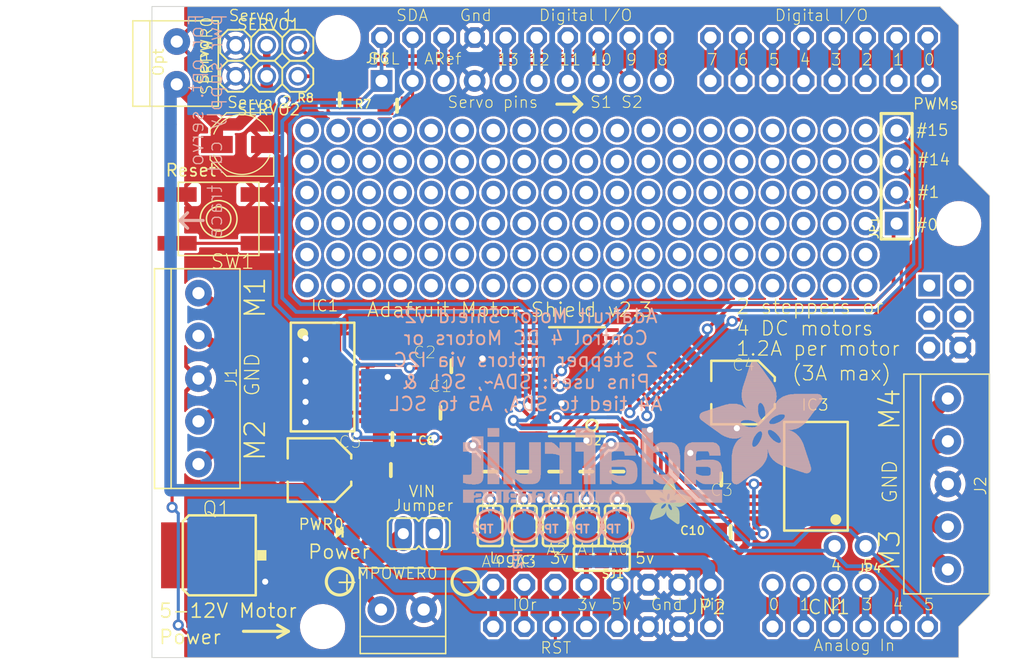
<source format=kicad_pcb>
(kicad_pcb (version 20221018) (generator pcbnew)
  (layers (0 "F.Cu" signal) (1 "In1.Cu" signal) (2 "In2.Cu" signal) (3 "In3.Cu" signal) (4 "In4.Cu" signal) (5 "In5.Cu" signal) (6 "In6.Cu" signal) (7 "In7.Cu" signal) (8 "In8.Cu" signal) (9 "In9.Cu" signal) (10 "In10.Cu" signal) (11 "In11.Cu" signal) (12 "In12.Cu" signal) (13 "In13.Cu" signal) (14 "In14.Cu" signal) (31 "B.Cu" signal) (34 "B.Paste" user) (35 "F.Paste" user) (36 "B.SilkS" user "B.Silkscreen") (37 "F.SilkS" user "F.Silkscreen") (38 "B.Mask" user) (39 "F.Mask" user) (44 "Edge.Cuts" user))
  (net 0 "")
  (net 1 "GND")
  (net 2 "VCC")
  (net 3 "+12V")
  (net 4 "M1A")
  (net 5 "M1B")
  (net 6 "M2B")
  (net 7 "M2A")
  (net 8 "M3A")
  (net 9 "M3B")
  (net 10 "M4B")
  (net 11 "M4A")
  (net 12 "D3")
  (net 13 "D5")
  (net 14 "D6")
  (net 15 "D11")
  (net 16 "D9")
  (net 17 "D10")
  (net 18 "AD5/SCL")
  (net 19 "AD4/SDA")
  (net 20 "/RST")
  (net 21 "VIN")
  (net 22 "AD0")
  (net 23 "AD1")
  (net 24 "AD2")
  (net 25 "AD3")
  (net 26 "D0")
  (net 27 "D1")
  (net 28 "D2")
  (net 29 "D4")
  (net 30 "D7")
  (net 31 "D8")
  (net 32 "D12")
  (net 33 "D13")
  (net 34 "AREF")
  (net 35 "N$44")
  (net 36 "N$34")
  (net 37 "N$35")
  (net 38 "N$36")
  (net 39 "N$37")
  (net 40 "N$38")
  (net 41 "N$39")
  (net 42 "N$40")
  (net 43 "N$41")
  (net 44 "N$42")
  (net 45 "N$43")
  (net 46 "N$45")
  (net 47 "N$46")
  (net 48 "N$47")
  (net 49 "N$48")
  (net 50 "N$49")
  (net 51 "N$50")
  (net 52 "N$51")
  (net 53 "N$52")
  (net 54 "N$53")
  (net 55 "N$54")
  (net 56 "N$55")
  (net 57 "N$56")
  (net 58 "N$57")
  (net 59 "N$58")
  (net 60 "N$59")
  (net 61 "N$60")
  (net 62 "N$61")
  (net 63 "N$62")
  (net 64 "N$63")
  (net 65 "N$64")
  (net 66 "N$65")
  (net 67 "N$66")
  (net 68 "N$67")
  (net 69 "N$68")
  (net 70 "N$69")
  (net 71 "N$70")
  (net 72 "N$71")
  (net 73 "N$72")
  (net 74 "N$73")
  (net 75 "N$74")
  (net 76 "N$75")
  (net 77 "N$76")
  (net 78 "N$77")
  (net 79 "N$78")
  (net 80 "N$79")
  (net 81 "N$80")
  (net 82 "N$81")
  (net 83 "N$82")
  (net 84 "N$83")
  (net 85 "N$84")
  (net 86 "N$89")
  (net 87 "N$90")
  (net 88 "N$91")
  (net 89 "N$92")
  (net 90 "N$93")
  (net 91 "N$94")
  (net 92 "N$95")
  (net 93 "N$96")
  (net 94 "N$97")
  (net 95 "N$98")
  (net 96 "N$99")
  (net 97 "N$100")
  (net 98 "N$101")
  (net 99 "N$102")
  (net 100 "N$103")
  (net 101 "N$104")
  (net 102 "N$105")
  (net 103 "N$106")
  (net 104 "N$107")
  (net 105 "N$108")
  (net 106 "N$109")
  (net 107 "N$110")
  (net 108 "N$111")
  (net 109 "N$112")
  (net 110 "N$113")
  (net 111 "N$114")
  (net 112 "N$115")
  (net 113 "N$116")
  (net 114 "N$117")
  (net 115 "N$118")
  (net 116 "N$119")
  (net 117 "N$120")
  (net 118 "N$121")
  (net 119 "N$122")
  (net 120 "N$123")
  (net 121 "N$124")
  (net 122 "N$125")
  (net 123 "N$126")
  (net 124 "N$127")
  (net 125 "N$128")
  (net 126 "N$135")
  (net 127 "N$136")
  (net 128 "N$137")
  (net 129 "N$138")
  (net 130 "N$141")
  (net 131 "N$142")
  (net 132 "N$143")
  (net 133 "N$144")
  (net 134 "N$145")
  (net 135 "N$146")
  (net 136 "N$147")
  (net 137 "N$148")
  (net 138 "N$149")
  (net 139 "N$150")
  (net 140 "N$151")
  (net 141 "N$152")
  (net 142 "N$153")
  (net 143 "N$154")
  (net 144 "N$155")
  (net 145 "N$156")
  (net 146 "N$157")
  (net 147 "N$158")
  (net 148 "N$159")
  (net 149 "N$133")
  (net 150 "PWM0")
  (net 151 "PWM1")
  (net 152 "PWM2")
  (net 153 "PWM3")
  (net 154 "PWM4")
  (net 155 "PWM5")
  (net 156 "PWM6")
  (net 157 "PWM7")
  (net 158 "PWM8")
  (net 159 "PWM9")
  (net 160 "PWM10")
  (net 161 "PWM11")
  (net 162 "PWM12")
  (net 163 "PWM13")
  (net 164 "PWM14")
  (net 165 "PWM15")
  (net 166 "A0")
  (net 167 "A1")
  (net 168 "A2")
  (net 169 "A3")
  (net 170 "A4")
  (net 171 "IOREF")
  (net 172 "N$2")
  (net 173 "+5V")
  (net 174 "+3V3")
  (net 175 "VMOTOR")
  (net 176 "MOSI")
  (net 177 "MISO")
  (net 178 "SCK")
  (footprint "working:SSOP24" (layer "F.Cu") (at 168.5671 116.8146 90)
    (fp_text reference "IC3")
    (fp_text value "TB6612FNG")
  )
  (footprint "" (layer "F.Cu") (at 128.1811 129.1336)
    (fp_text reference "@HOLE2" hide)
    (fp_text value "")
  )
  (footprint "working:1X03" (layer "F.Cu") (at 123.6091 81.5086)
    (fp_text reference "SERVO1")
    (fp_text value "")
  )
  (footprint "working:1X10_ROUND70" (layer "F.Cu") (at 144.4371 84.4296)
    (fp_text reference "JP3")
    (fp_text value "")
  )
  (footprint "working:1X05-3.5MM" (layer "F.Cu") (at 179.3621 117.4496 -90)
    (fp_text reference "J2")
    (fp_text value "1X5" hide)
  )
  (footprint "working:0805-NO" (layer "F.Cu") (at 133.7691 116.3066 180)
    (fp_text reference "R4" hide)
    (fp_text value "1K")
  )
  (footprint "working:CHIPLED_0805_NOOUTLINE" (layer "F.Cu") (at 129.5781 121.3866 -90)
    (fp_text reference "LED1" hide)
    (fp_text value "Green")
  )
  (footprint "working:SOLDERJUMPER_2WAY_OPEN_NOPASTE" (layer "F.Cu") (at 151.0411 123.5456 180)
    (fp_text reference "SJ1")
    (fp_text value "")
  )
  (footprint "working:1X03" (layer "F.Cu") (at 123.6091 84.0486)
    (fp_text reference "SERVO2")
    (fp_text value "")
  )
  (footprint "working:0805-NO" (layer "F.Cu") (at 133.8961 113.7666)
    (fp_text reference "C6")
    (fp_text value "10uF")
  )
  (footprint "working:D-PAK_TO252AA" (layer "F.Cu") (at 120.5611 123.2916 90)
    (fp_text reference "Q1")
    (fp_text value "AOD417")
  )
  (footprint "working:1X02_ROUND" (layer "F.Cu") (at 171.3611 122.5296 180)
    (fp_text reference "JP4")
    (fp_text value "")
  )
  (footprint "working:SOLDERJUMPER_REFLOW_NOPASTE" (layer "F.Cu") (at 144.6911 120.8786 -90)
    (fp_text reference "A3")
    (fp_text value "")
  )
  (footprint "working:0805-NO" (layer "F.Cu") (at 138.7221 107.7976)
    (fp_text reference "C2")
    (fp_text value "0.1uF")
  )
  (footprint "working:1X08-CLEANBIG" (layer "F.Cu") (at 168.8211 84.4296 180)
    (fp_text reference "D0-7" hide)
    (fp_text value "")
  )
  (footprint "working:1X2-3.5MM" (layer "F.Cu") (at 116.2431 82.9056 -90)
    (fp_text reference "SERPWR0")
    (fp_text value "1X2-3.5MM" hide)
  )
  (footprint "working:1X05-3.5MM" (layer "F.Cu") (at 118.0211 108.8136 -90)
    (fp_text reference "J1")
    (fp_text value "1X5" hide)
  )
  (footprint "working:0805-NO" (layer "F.Cu") (at 152.3111 116.4336 -90)
    (fp_text reference "R1")
    (fp_text value "10k")
  )
  (footprint "working:ADAFRUIT_3.5MM" (layer "F.Cu") (at 154.5971 120.7516)
    (fp_text reference "U$6" hide)
    (fp_text value "" hide)
  )
  (footprint "working:EVQ-Q2" (layer "F.Cu") (at 119.6721 95.7326 180)
    (fp_text reference "SW1")
    (fp_text value "SPST_TACT-EVQQ2")
  )
  (footprint "working:SOLDERJUMPER_REFLOW_NOPASTE" (layer "F.Cu") (at 149.7711 120.8786 90)
    (fp_text reference "A1")
    (fp_text value "")
  )
  (footprint "" (layer "F.Cu") (at 180.2511 96.1136)
    (fp_text reference "@HOLE1" hide)
    (fp_text value "")
  )
  (footprint "working:0805-NO" (layer "F.Cu") (at 129.5781 85.9536 180)
    (fp_text reference "R8")
    (fp_text value "10K")
  )
  (footprint "working:0805-NO" (layer "F.Cu") (at 137.8331 111.6076 180)
    (fp_text reference "C1")
    (fp_text value "0.1uF")
  )
  (footprint "working:SOLDERJUMPER_REFLOW_NOPASTE" (layer "F.Cu") (at 141.8971 120.8786 -90)
    (fp_text reference "A4")
    (fp_text value "")
  )
  (footprint "working:SOLDERJUMPER_REFLOW_NOPASTE" (layer "F.Cu") (at 152.3111 120.8786 90)
    (fp_text reference "A0")
    (fp_text value "")
  )
  (footprint "working:PANASONIC_C" (layer "F.Cu") (at 162.5981 109.9566)
    (fp_text reference "C4")
    (fp_text value "47uF/16v")
  )
  (footprint "working:0805-NO" (layer "F.Cu") (at 149.7711 116.4336 -90)
    (fp_text reference "R2")
    (fp_text value "10k")
  )
  (footprint "working:FIDUCIAL_1MM" (layer "F.Cu") (at 115.7351 87.9856)
    (fp_text reference "U$3" hide)
    (fp_text value "FIDUCIAL" hide)
  )
  (footprint "working:1X04_ROUND_76" (layer "F.Cu") (at 175.1711 92.3036 90)
    (fp_text reference "JP1")
    (fp_text value "")
  )
  (footprint "working:0805-NO" (layer "F.Cu") (at 147.2311 116.4336 -90)
    (fp_text reference "R3")
    (fp_text value "10k")
  )
  (footprint "working:PANASONIC_C" (layer "F.Cu") (at 127.9271 116.3066)
    (fp_text reference "C5")
    (fp_text value "47uF+/16v")
  )
  (footprint "working:0805-NO" (layer "F.Cu") (at 160.8201 117.0686 180)
    (fp_text reference "C3")
    (fp_text value "0.1uF")
  )
  (footprint "working:SOLDERJUMPER_REFLOW_NOPASTE" (layer "F.Cu") (at 147.2311 120.8786 90)
    (fp_text reference "A2")
    (fp_text value "")
  )
  (footprint "working:TSSOP28" (layer "F.Cu") (at 149.0091 109.0676 90)
    (fp_text reference "U2")
    (fp_text value "PCA9685")
  )
  (footprint "working:FIDUCIAL_1MM" (layer "F.Cu") (at 162.5981 130.0226)
    (fp_text reference "U$2" hide)
    (fp_text value "FIDUCIAL" hide)
  )
  (footprint "working:0805-NO" (layer "F.Cu") (at 134.2771 86.4616 180)
    (fp_text reference "R7")
    (fp_text value "10K")
  )
  (footprint "working:1X04-CLEANBIG" (layer "F.Cu") (at 168.8211 125.7046 180)
    (fp_text reference "CN1")
    (fp_text value "1X4-CLEANBIG" hide)
  )
  (footprint "" (layer "F.Cu") (at 129.4511 80.8736)
    (fp_text reference "@HOLE0" hide)
    (fp_text value "")
  )
  (footprint "working:FIDUCIAL_1MM" (layer "F.Cu") (at 179.4891 92.8116)
    (fp_text reference "U$4" hide)
    (fp_text value "FIDUCIAL" hide)
  )
  (footprint "working:0805-NO" (layer "F.Cu") (at 161.5821 121.3866 180)
    (fp_text reference "C10")
    (fp_text value "10uF")
  )
  (footprint "working:0805-NO" (layer "F.Cu") (at 141.8971 116.4336 -90)
    (fp_text reference "R6")
    (fp_text value "10k")
  )
  (footprint "working:SSOP24" (layer "F.Cu") (at 128.1811 108.6866 -90)
    (fp_text reference "IC1")
    (fp_text value "TB6612FNG")
  )
  (footprint "working:1X2-3.5MM" (layer "F.Cu") (at 134.6581 127.7366)
    (fp_text reference "MPOWER0")
    (fp_text value "1X2-3.5MM" hide)
  )
  (footprint "working:ARDUINOR3_ICSP" (layer "F.Cu") (at 114.2111 131.6736)
    (fp_text reference "U$1" hide)
    (fp_text value "ARDUINO_R3_ICSP" hide)
    (fp_line (start 0 -53.34) (end 0 0) (stroke (width 0.05)) (layer "Edge.Cuts"))
    (fp_line (start 0 0) (end 66.04 0) (stroke (width 0.05)) (layer "Edge.Cuts"))
    (fp_line (start 64.516 -53.34) (end 0 -53.34) (stroke (width 0.05)) (layer "Edge.Cuts"))
    (fp_line (start 66.04 -51.816) (end 64.516 -53.34) (stroke (width 0.05)) (layer "Edge.Cuts"))
    (fp_line (start 66.04 -40.386) (end 66.04 -51.816) (stroke (width 0.05)) (layer "Edge.Cuts"))
    (fp_line (start 66.04 -2.54) (end 68.58 -5.08) (stroke (width 0.05)) (layer "Edge.Cuts"))
    (fp_line (start 66.04 0) (end 66.04 -2.54) (stroke (width 0.05)) (layer "Edge.Cuts"))
    (fp_line (start 68.58 -37.846) (end 66.04 -40.386) (stroke (width 0.05)) (layer "Edge.Cuts"))
    (fp_line (start 68.58 -5.08) (end 68.58 -37.846) (stroke (width 0.05)) (layer "Edge.Cuts"))
  )
  (footprint "working:1X08-CLEANBIG" (layer "F.Cu") (at 151.0411 125.7046 180)
    (fp_text reference "JP2")
    (fp_text value "")
  )
  (footprint "working:PANASONIC_C" (layer "F.Cu") (at 121.5771 89.6366 180)
    (fp_text reference "C9" hide)
    (fp_text value "10\\0uF 6.3V")
  )
  (footprint "working:JP1" (layer "F.Cu") (at 136.0551 121.5136 -90)
    (fp_text reference "PWR0")
    (fp_text value "")
  )
  (footprint "working:0805-NO" (layer "F.Cu") (at 144.6911 116.4336 -90)
    (fp_text reference "R5")
    (fp_text value "10k")
  )
  (footprint "working:TESTPOINT_ROUND_2MM" (layer "B.Cu") (at 144.6911 120.8786 -90)
    (fp_text reference "TP2")
    (fp_text value "")
  )
  (footprint "working:TESTPOINT_ROUND_2MM" (layer "B.Cu") (at 152.3111 120.8786 180)
    (fp_text reference "TP5")
    (fp_text value "")
  )
  (footprint "working:TESTPOINT_ROUND_2MM" (layer "B.Cu") (at 149.7711 120.8786 180)
    (fp_text reference "TP4")
    (fp_text value "")
  )
  (footprint "working:TESTPOINT_ROUND_2MM" (layer "B.Cu") (at 147.2311 120.8786 180)
    (fp_text reference "TP3")
    (fp_text value "")
  )
  (footprint "working:ADAFRUIT_TEXT_30MM" (layer "B.Cu") (at 169.3291 118.9736 180)
    (fp_text reference "U$5" hide)
    (fp_text value "" hide)
  )
  (footprint "working:TESTPOINT_ROUND_2MM" (layer "B.Cu") (at 141.8971 120.8786 180)
    (fp_text reference "TP1")
    (fp_text value "")
  )
  (gr_line (start 116.4971 95.8596) (end 117.1321 95.2246) (stroke (width 0.254)) (layer "B.SilkS"))
  (gr_line (start 118.4021 95.8596) (end 116.4971 95.8596) (stroke (width 0.254)) (layer "B.SilkS"))
  (gr_line (start 116.4971 95.8596) (end 117.1321 96.4946) (stroke (width 0.254)) (layer "B.SilkS"))
  (gr_line (start 176.4411 87.0966) (end 173.9011 87.0966) (stroke (width 0.254)) (layer "F.SilkS"))
  (gr_line (start 125.3871 129.5146) (end 124.4981 129.0066) (stroke (width 0.254)) (layer "F.SilkS"))
  (gr_line (start 173.9011 87.0966) (end 173.9011 97.3836) (stroke (width 0.254)) (layer "F.SilkS"))
  (gr_line (start 176.4411 97.3836) (end 176.4411 87.0966) (stroke (width 0.254)) (layer "F.SilkS"))
  (gr_circle (center 129.5781 125.4506) (end 130.6705 125.4506) (stroke (width 0.254)) (fill none) (layer "F.SilkS"))
  (gr_line (start 149.3901 86.3346) (end 148.7551 85.6996) (stroke (width 0.254)) (layer "F.SilkS"))
  (gr_line (start 125.3871 129.5146) (end 124.4981 130.0226) (stroke (width 0.254)) (layer "F.SilkS"))
  (gr_line (start 173.9011 97.3836) (end 176.4411 97.3836) (stroke (width 0.254)) (layer "F.SilkS"))
  (gr_line (start 121.7041 129.5146) (end 125.3871 129.5146) (stroke (width 0.254)) (layer "F.SilkS"))
  (gr_circle (center 139.8651 125.4506) (end 140.9575 125.4506) (stroke (width 0.254)) (fill none) (layer "F.SilkS"))
  (gr_line (start 149.3901 86.3346) (end 148.7551 86.9696) (stroke (width 0.254)) (layer "F.SilkS"))
  (gr_line (start 147.3581 86.3346) (end 149.3901 86.3346) (stroke (width 0.254)) (layer "F.SilkS"))
  (gr_line (start 178.7271 78.3336) (end 180.2511 79.8576) (stroke (width 0.05)) (layer "Edge.Cuts"))
  (gr_line (start 180.2511 91.2876) (end 182.7911 93.8276) (stroke (width 0.05)) (layer "Edge.Cuts"))
  (gr_line (start 182.7911 93.8276) (end 182.7911 126.5936) (stroke (width 0.05)) (layer "Edge.Cuts"))
  (gr_line (start 180.2511 79.8576) (end 180.2511 91.2876) (stroke (width 0.05)) (layer "Edge.Cuts"))
  (gr_line (start 182.7911 126.5936) (end 180.2511 129.1336) (stroke (width 0.05)) (layer "Edge.Cuts"))
  (gr_line (start 114.2111 131.6736) (end 114.2111 78.3336) (stroke (width 0.05)) (layer "Edge.Cuts"))
  (gr_line (start 114.2111 78.3336) (end 178.7271 78.3336) (stroke (width 0.05)) (layer "Edge.Cuts"))
  (gr_line (start 180.2511 129.1336) (end 180.2511 131.6736) (stroke (width 0.05)) (layer "Edge.Cuts"))
  (gr_line (start 180.2511 131.6736) (end 114.2111 131.6736) (stroke (width 0.05)) (layer "Edge.Cuts"))
  (gr_text "Adafruit Motor Shield v2~\nControl 4 DC Motors or\n2 Stepper motors via I2C\nPins used: SDA~, SCL &\nA4 tied to SDA, A5 to SCL" (at 144.8181 107.2896) (layer "B.SilkS") (effects (font (size 1.1176 1.1176) (thickness 0.1524)) (justify mirror)))
  (gr_text "For opt. servo" (at 118.5291 78.8416 -270) (layer "B.SilkS") (effects (font (size 1.1684 1.1684) (thickness 0.1016)) (justify left bottom mirror)))
  (gr_text "pwr supply cut trace" (at 120.0531 78.8416 -270) (layer "B.SilkS") (effects (font (size 1.1684 1.1684) (thickness 0.1016)) (justify left bottom mirror)))
  (gr_text "Servo pins" (at 138.3411 86.7156) (layer "F.SilkS") (effects (font (size 0.93472 0.93472) (thickness 0.08128)) (justify left bottom)))
  (gr_text "#14" (at 176.8221 91.4146) (layer "F.SilkS") (effects (font (size 0.9144 0.9144) (thickness 0.1016)) (justify left bottom)))
  (gr_text "+" (at 129.0701 126.3396) (layer "F.SilkS") (effects (font (size 1.63576 1.63576) (thickness 0.14224)) (justify left bottom)))
  (gr_text "Jumper" (at 133.8961 119.7356) (layer "F.SilkS") (effects (font (size 0.9144 0.9144) (thickness 0.1016)) (justify left bottom)))
  (gr_text "Power" (at 114.7191 130.6576) (layer "F.SilkS") (effects (font (size 1.143 1.143) (thickness 0.127)) (justify left bottom)))
  (gr_text "5-12V Motor" (at 114.7191 128.4986) (layer "F.SilkS") (effects (font (size 1.143 1.143) (thickness 0.127)) (justify left bottom)))
  (gr_text "#15" (at 176.6951 89.0016) (layer "F.SilkS") (effects (font (size 0.9144 0.9144) (thickness 0.1016)) (justify left bottom)))
  (gr_text "logic:" (at 141.7701 124.0536) (layer "F.SilkS") (effects (font (size 0.9144 0.9144) (thickness 0.1016)) (justify left bottom)))
  (gr_text "Servo 1" (at 120.4341 79.6036) (layer "F.SilkS") (effects (font (size 0.9144 0.9144) (thickness 0.1016)) (justify left bottom)))
  (gr_text "Adafruit Motor Shield v2.3" (at 131.7371 103.8606) (layer "F.SilkS") (effects (font (size 1.1684 1.1684) (thickness 0.1016)) (justify left bottom)))
  (gr_text "Opt" (at 114.7191 82.9056 90) (layer "F.SilkS") (effects (font (size 0.89408 0.89408) (thickness 0.12192))))
  (gr_text "S1" (at 150.0251 86.7156) (layer "F.SilkS") (effects (font (size 0.93472 0.93472) (thickness 0.08128)) (justify left bottom)))
  (gr_text "4 DC motors" (at 161.9631 105.3846) (layer "F.SilkS") (effects (font (size 1.1684 1.1684) (thickness 0.1016)) (justify left bottom)))
  (gr_text "M2" (at 123.6091 115.6716 90) (layer "F.SilkS") (effects (font (size 1.63576 1.63576) (thickness 0.14224)) (justify left bottom)))
  (gr_text "-" (at 139.2301 126.3396) (layer "F.SilkS") (effects (font (size 1.63576 1.63576) (thickness 0.14224)) (justify left bottom)))
  (gr_text "Servo" (at 118.4021 82.9056 90) (layer "F.SilkS") (effects (font (size 0.89408 0.89408) (thickness 0.12192))))
  (gr_text "4" (at 169.7101 124.6378) (layer "F.SilkS") (effects (font (size 0.9144 0.9144) (thickness 0.1016)) (justify left bottom)))
  (gr_text "#1" (at 176.8221 94.0816) (layer "F.SilkS") (effects (font (size 0.9144 0.9144) (thickness 0.1016)) (justify left bottom)))
  (gr_text "GND" (at 123.1011 110.3376 90) (layer "F.SilkS") (effects (font (size 1.1684 1.1684) (thickness 0.1016)) (justify left bottom)))
  (gr_text "M1" (at 123.6091 103.9876 90) (layer "F.SilkS") (effects (font (size 1.63576 1.63576) (thickness 0.14224)) (justify left bottom)))
  (gr_text "(3A max)" (at 166.5351 109.0676) (layer "F.SilkS") (effects (font (size 1.1684 1.1684) (thickness 0.1016)) (justify left bottom)))
  (gr_text "3v" (at 146.7231 124.0536) (layer "F.SilkS") (effects (font (size 0.9144 0.9144) (thickness 0.1016)) (justify left bottom)))
  (gr_text "#0" (at 176.6951 96.7486) (layer "F.SilkS") (effects (font (size 0.9144 0.9144) (thickness 0.1016)) (justify left bottom)))
  (gr_text "VIN" (at 135.1661 118.5926) (layer "F.SilkS") (effects (font (size 0.9144 0.9144) (thickness 0.1016)) (justify left bottom)))
  (gr_text "S2" (at 152.5651 86.7156) (layer "F.SilkS") (effects (font (size 0.93472 0.93472) (thickness 0.08128)) (justify left bottom)))
  (gr_text "Servo 2" (at 120.3071 86.7156) (layer "F.SilkS") (effects (font (size 0.9144 0.9144) (thickness 0.1016)) (justify left bottom)))
  (gr_text "M3" (at 175.5521 124.6886 90) (layer "F.SilkS") (effects (font (size 1.63576 1.63576) (thickness 0.14224)) (justify left bottom)))
  (gr_text "5" (at 172.3263 124.6378) (layer "F.SilkS") (effects (font (size 0.9144 0.9144) (thickness 0.1016)) (justify left bottom)))
  (gr_text "Power" (at 126.9111 123.6726) (layer "F.SilkS") (effects (font (size 1.143 1.143) (thickness 0.127)) (justify left bottom)))
  (gr_text "1.2A per motor" (at 161.9631 107.0356) (layer "F.SilkS") (effects (font (size 1.1684 1.1684) (thickness 0.1016)) (justify left bottom)))
  (gr_text "5v" (at 153.7081 124.0536) (layer "F.SilkS") (effects (font (size 0.9144 0.9144) (thickness 0.1016)) (justify left bottom)))
  (gr_text "Reset" (at 119.5451 91.1606) (layer "F.SilkS") (effects (font (size 1.00584 1.00584) (thickness 0.13716)) (justify right top)))
  (gr_text "M4" (at 175.5521 113.1316 90) (layer "F.SilkS") (effects (font (size 1.63576 1.63576) (thickness 0.14224)) (justify left bottom)))
  (gr_text "2 steppers or" (at 161.9631 103.6066) (layer "F.SilkS") (effects (font (size 1.1684 1.1684) (thickness 0.1016)) (justify left bottom)))
  (gr_text "PWMs" (at 176.4411 86.8426) (layer "F.SilkS") (effects (font (size 0.9144 0.9144) (thickness 0.1016)) (justify left bottom)))
  (gr_text "GND" (at 175.2981 119.1006 90) (layer "F.SilkS") (effects (font (size 1.1684 1.1684) (thickness 0.1016)) (justify left bottom)))
  (segment (start 146.0913 111.3426) (end 146.8611 111.3426) (width 0.254) (layer "F.Cu") (net 1))
  (segment (start 147.1041 111.0996) (end 147.4851 111.0996) (width 0.254) (layer "F.Cu") (net 1))
  (segment (start 147.4851 111.0996) (end 147.7391 110.8456) (width 0.254) (layer "F.Cu") (net 1))
  (segment (start 146.8611 111.3426) (end 147.1041 111.0996) (width 0.254) (layer "F.Cu") (net 1))
  (via (at 126.7841 110.7186) (size 0.9064) (drill 0.5) (layers "F.Cu" "B.Cu") (net 1))
  (via (at 147.7391 110.8456) (size 0.9064) (drill 0.5) (layers "F.Cu" "B.Cu") (net 1))
  (via (at 141.2621 107.1626) (size 0.9064) (drill 0.5) (layers "F.Cu" "B.Cu") (net 1))
  (via (at 133.5151 108.6866) (size 0.9064) (drill 0.5) (layers "F.Cu" "B.Cu") (net 1))
  (via (at 154.9781 113.0046) (size 0.9064) (drill 0.5) (layers "F.Cu" "B.Cu") (net 1))
  (via (at 126.7841 107.2896) (size 0.9064) (drill 0.5) (layers "F.Cu" "B.Cu") (net 1))
  (via (at 126.7841 112.3696) (size 0.9064) (drill 0.5) (layers "F.Cu" "B.Cu") (net 1))
  (via (at 126.7841 109.0676) (size 0.9064) (drill 0.5) (layers "F.Cu" "B.Cu") (net 1))
  (via (at 126.7841 105.5116) (size 0.9064) (drill 0.5) (layers "F.Cu" "B.Cu") (net 1))
  (via (at 123.4821 125.4506) (size 0.9064) (drill 0.5) (layers "F.Cu" "B.Cu") (net 1))
  (via (at 145.9611 118.7196) (size 0.9064) (drill 0.5) (layers "F.Cu" "B.Cu") (net 1))
  (via (at 158.2801 114.9096) (size 0.9064) (drill 0.5) (layers "F.Cu" "B.Cu") (net 1))
  (via (at 162.0901 112.8776) (size 0.9064) (drill 0.5) (layers "F.Cu" "B.Cu") (net 1))
  (via (at 149.7711 113.8936) (size 0.9064) (drill 0.5) (layers "F.Cu" "B.Cu") (net 1))
  (segment (start 151.0411 121.6406) (end 152.3111 121.6406) (width 0.4064) (layer "F.Cu") (net 2))
  (segment (start 164.6321 117.4496) (end 164.9421 117.1396) (width 0.3048) (layer "F.Cu") (net 2))
  (segment (start 152.3111 121.6406) (end 156.1211 121.6406) (width 0.6096) (layer "F.Cu") (net 2))
  (segment (start 164.8711 117.0686) (end 164.9421 117.1396) (width 0.3048) (layer "F.Cu") (net 2))
  (segment (start 131.3561 113.7666) (end 130.9751 113.3856) (width 0.3048) (layer "F.Cu") (net 2))
  (segment (start 125.0221 85.9536) (end 128.6281 85.9536) (width 0.3048) (layer "F.Cu") (net 2))
  (segment (start 138.9761 111.6076) (end 138.7831 111.6076) (width 0.3048) (layer "F.Cu") (net 2))
  (segment (start 162.5321 121.3866) (end 162.7251 121.3866) (width 0.254) (layer "F.Cu") (net 2))
  (segment (start 142.7861 112.8776) (end 143.2011 113.2926) (width 0.3048) (layer "F.Cu") (net 2))
  (segment (start 133.3271 86.4616) (end 132.6921 87.0966) (width 0.254) (layer "F.Cu") (net 2))
  (segment (start 142.7861 112.8776) (end 139.2301 112.8776) (width 0.3048) (layer "F.Cu") (net 2))
  (segment (start 162.1411 123.1646) (end 162.8521 122.4536) (width 0.6096) (layer "F.Cu") (net 2))
  (segment (start 151.0411 123.5456) (end 151.0411 121.6406) (width 0.4064) (layer "F.Cu") (net 2))
  (segment (start 162.1511 117.4496) (end 161.7701 117.0686) (width 0.254) (layer "F.Cu") (net 2))
  (segment (start 162.7251 121.3866) (end 162.8521 121.5136) (width 0.254) (layer "F.Cu") (net 2))
  (segment (start 164.9421 117.7896) (end 164.9421 117.1396) (width 0.3048) (layer "F.Cu") (net 2))
  (segment (start 142.9131 112.7506) (end 142.7861 112.8776) (width 0.3048) (layer "F.Cu") (net 2))
  (segment (start 139.2301 112.8776) (end 138.9761 112.6236) (width 0.3048) (layer "F.Cu") (net 2))
  (segment (start 138.9761 113.6396) (end 137.3251 113.6396) (width 0.3048) (layer "F.Cu") (net 2))
  (segment (start 131.8641 107.7696) (end 131.8641 108.3036) (width 0.3048) (layer "F.Cu") (net 2))
  (segment (start 132.9461 113.7666) (end 131.3561 113.7666) (width 0.3048) (layer "F.Cu") (net 2))
  (segment (start 128.8161 87.0966) (end 128.6281 86.9086) (width 0.254) (layer "F.Cu") (net 2))
  (segment (start 152.3111 121.6406) (end 149.7711 121.6406) (width 0.3048) (layer "F.Cu") (net 2))
  (segment (start 135.2931 107.9246) (end 137.5951 107.9246) (width 0.3048) (layer "F.Cu") (net 2))
  (segment (start 125.0221 85.9536) (end 124.9506 86.0251) (width 0.3048) (layer "F.Cu") (net 2))
  (segment (start 131.8061 107.7116) (end 135.0801 107.7116) (width 0.3048) (layer "F.Cu") (net 2))
  (segment (start 147.2311 121.6406) (end 144.6911 121.6406) (width 0.3048) (layer "F.Cu") (net 2))
  (segment (start 138.9761 112.6236) (end 138.9761 111.6076) (width 0.3048) (layer "F.Cu") (net 2))
  (segment (start 132.6921 87.0966) (end 128.8161 87.0966) (width 0.254) (layer "F.Cu") (net 2))
  (segment (start 157.6451 123.1646) (end 162.1411 123.1646) (width 0.6096) (layer "F.Cu") (net 2))
  (segment (start 162.8521 121.5136) (end 164.2491 121.5136) (width 0.254) (layer "F.Cu") (net 2))
  (segment (start 138.9761 121.6406) (end 138.9761 113.6396) (width 0.4064) (layer "F.Cu") (net 2))
  (segment (start 138.9761 113.6396) (end 138.9761 113.2586) (width 0.4064) (layer "F.Cu") (net 2))
  (segment (start 163.4871 117.4496) (end 164.6321 117.4496) (width 0.3048) (layer "F.Cu") (net 2))
  (segment (start 131.8641 108.3036) (end 131.8061 108.3616) (width 0.3048) (layer "F.Cu") (net 2))
  (segment (start 137.5951 107.9246) (end 137.6451 107.9246) (width 0.254) (layer "F.Cu") (net 2))
  (segment (start 143.6751 110.2106) (end 142.9131 110.9726) (width 0.3048) (layer "F.Cu") (net 2))
  (segment (start 135.0801 107.7116) (end 135.2931 107.9246) (width 0.3048) (layer "F.Cu") (net 2))
  (segment (start 144.6911 121.6406) (end 141.8971 121.6406) (width 0.3048) (layer "F.Cu") (net 2))
  (segment (start 137.6451 107.9246) (end 137.7721 107.7976) (width 0.254) (layer "F.Cu") (net 2))
  (segment (start 142.9131 110.9726) (end 142.9131 112.7506) (width 0.3048) (layer "F.Cu") (net 2))
  (segment (start 156.1211 121.6406) (end 157.6451 123.1646) (width 0.6096) (layer "F.Cu") (net 2))
  (segment (start 144.6911 110.2106) (end 143.6751 110.2106) (width 0.3048) (layer "F.Cu") (net 2))
  (segment (start 138.9761 121.6406) (end 152.3111 121.6406) (width 0.3048) (layer "F.Cu") (net 2))
  (segment (start 149.7711 121.6406) (end 147.2311 121.6406) (width 0.3048) (layer "F.Cu") (net 2))
  (segment (start 146.0913 110.6926) (end 145.1731 110.6926) (width 0.3048) (layer "F.Cu") (net 2))
  (segment (start 128.6281 86.9086) (end 128.6281 85.9536) (width 0.254) (layer "F.Cu") (net 2))
  (segment (start 124.9506 86.0251) (end 125.0776 85.8981) (width 0.3048) (layer "F.Cu") (net 2))
  (segment (start 162.8521 122.4536) (end 162.8521 121.5136) (width 0.6096) (layer "F.Cu") (net 2))
  (segment (start 163.4871 117.4496) (end 162.1511 117.4496) (width 0.254) (layer "F.Cu") (net 2))
  (segment (start 138.9761 113.2586) (end 138.9761 112.6236) (width 0.3048) (layer "F.Cu") (net 2))
  (segment (start 145.1731 110.6926) (end 144.6911 110.2106) (width 0.3048) (layer "F.Cu") (net 2))
  (segment (start 131.8061 107.7116) (end 131.8641 107.7696) (width 0.3048) (layer "F.Cu") (net 2))
  (segment (start 143.2011 113.2926) (end 146.0913 113.2926) (width 0.3048) (layer "F.Cu") (net 2))
  (via (at 163.4871 117.4496) (size 0.9064) (drill 0.5) (layers "F.Cu" "B.Cu") (net 2))
  (via (at 164.2491 121.5136) (size 0.9064) (drill 0.5) (layers "F.Cu" "B.Cu") (net 2))
  (via (at 130.9751 113.3856) (size 0.9064) (drill 0.5) (layers "F.Cu" "B.Cu") (net 2))
  (via (at 137.3251 113.6396) (size 0.9064) (drill 0.5) (layers "F.Cu" "B.Cu") (net 2))
  (via (at 124.9506 86.0251) (size 0.9064) (drill 0.5) (layers "F.Cu" "B.Cu") (net 2))
  (via (at 135.2931 107.9246) (size 0.9064) (drill 0.5) (layers "F.Cu" "B.Cu") (net 2))
  (segment (start 125.6411 103.9876) (end 124.3711 102.7176) (width 0.3048) (layer "B.Cu") (net 2))
  (segment (start 130.9751 107.9246) (end 131.2291 107.6706) (width 0.3048) (layer "B.Cu") (net 2))
  (segment (start 129.9591 106.4006) (end 129.9591 103.9876) (width 0.3048) (layer "B.Cu") (net 2))
  (segment (start 129.9591 103.9876) (end 125.6411 103.9876) (width 0.3048) (layer "B.Cu") (net 2))
  (segment (start 124.3711 102.7176) (end 124.3711 86.6046) (width 0.3048) (layer "B.Cu") (net 2))
  (segment (start 131.2291 107.6706) (end 135.0391 107.6706) (width 0.3048) (layer "B.Cu") (net 2))
  (segment (start 130.9751 113.3856) (end 130.9751 107.9246) (width 0.3048) (layer "B.Cu") (net 2))
  (segment (start 131.2291 107.6706) (end 129.9591 106.4006) (width 0.3048) (layer "B.Cu") (net 2))
  (segment (start 163.4871 117.4496) (end 163.4871 120.7516) (width 0.3048) (layer "B.Cu") (net 2))
  (segment (start 131.2291 113.6396) (end 130.9751 113.3856) (width 0.3048) (layer "B.Cu") (net 2))
  (segment (start 135.0391 107.6706) (end 135.2931 107.9246) (width 0.3048) (layer "B.Cu") (net 2))
  (segment (start 163.4871 120.7516) (end 164.2491 121.5136) (width 0.3048) (layer "B.Cu") (net 2))
  (segment (start 137.3251 113.6396) (end 131.2291 113.6396) (width 0.3048) (layer "B.Cu") (net 2))
  (segment (start 124.3711 86.6046) (end 124.9506 86.0251) (width 0.3048) (layer "B.Cu") (net 2))
  (segment (start 167.6781 111.7346) (end 166.0271 110.0836) (width 1.016) (layer "F.Cu") (net 3))
  (segment (start 164.7751 110.0836) (end 164.6481 109.9566) (width 1.016) (layer "F.Cu") (net 3))
  (segment (start 167.6591 120.3896) (end 167.5321 120.3896) (width 0.3048) (layer "F.Cu") (net 3))
  (segment (start 128.5621 121.4206) (end 128.5281 121.3866) (width 1.016) (layer "F.Cu") (net 3))
  (segment (start 128.5621 123.2916) (end 133.0071 123.2916) (width 1.27) (layer "F.Cu") (net 3))
  (segment (start 130.4671 103.8606) (end 129.2161 105.1116) (width 1.016) (layer "F.Cu") (net 3))
  (segment (start 128.5621 121.0116) (end 128.5621 120.8786) (width 0.6096) (layer "F.Cu") (net 3))
  (segment (start 131.7871 112.2426) (end 131.8061 112.2616) (width 0.3048) (layer "F.Cu") (net 3))
  (segment (start 128.5281 121.3866) (end 128.5621 121.3866) (width 1.016) (layer "F.Cu") (net 3))
  (segment (start 130.4671 103.8606) (end 155.2501 103.8606) (width 1.016) (layer "F.Cu") (net 3))
  (segment (start 131.8061 111.6116) (end 131.7371 111.6806) (width 0.3048) (layer "F.Cu") (net 3))
  (segment (start 128.9431 116.0526) (end 129.1971 116.3066) (width 0.3048) (layer "F.Cu") (net 3))
  (segment (start 125.3611 121.0116) (end 128.5621 121.0116) (width 0.6096) (layer "F.Cu") (net 3))
  (segment (start 164.9421 110.2506) (end 164.6481 109.9566) (width 0.6096) (layer "F.Cu") (net 3))
  (segment (start 166.0271 110.0836) (end 164.7751 110.0836) (width 1.016) (layer "F.Cu") (net 3))
  (segment (start 128.5621 121.3866) (end 128.5621 120.8786) (width 1.016) (layer "F.Cu") (net 3))
  (segment (start 129.1971 115.7986) (end 129.1971 111.6076) (width 1.016) (layer "F.Cu") (net 3))
  (segment (start 164.9421 113.8896) (end 164.9421 113.2396) (width 0.254) (layer "F.Cu") (net 3))
  (segment (start 131.8021 111.6076) (end 131.8061 111.6116) (width 0.3048) (layer "F.Cu") (net 3))
  (segment (start 164.9421 112.1846) (end 164.9421 110.2506) (width 0.6096) (layer "F.Cu") (net 3))
  (segment (start 129.1971 116.3066) (end 129.9771 116.3066) (width 0.3048) (layer "F.Cu") (net 3))
  (segment (start 159.3141 107.9246) (end 162.6161 107.9246) (width 1.016) (layer "F.Cu") (net 3))
  (segment (start 128.9431 116.0526) (end 129.1971 115.7986) (width 0.3048) (layer "F.Cu") (net 3))
  (segment (start 129.1971 111.6076) (end 129.1971 105.1306) (width 1.016) (layer "F.Cu") (net 3))
  (segment (start 129.1971 111.6076) (end 130.3401 111.6076) (width 0.6096) (layer "F.Cu") (net 3))
  (segment (start 167.6781 120.3706) (end 167.6591 120.3896) (width 0.3048) (layer "F.Cu") (net 3))
  (segment (start 131.7371 111.6806) (end 131.7371 112.2426) (width 0.3048) (layer "F.Cu") (net 3))
  (segment (start 133.0071 123.2916) (end 134.7851 121.5136) (width 1.27) (layer "F.Cu") (net 3))
  (segment (start 164.9421 120.3896) (end 167.5321 120.3896) (width 0.4064) (layer "F.Cu") (net 3))
  (segment (start 155.2501 103.8606) (end 159.3141 107.9246) (width 1.016) (layer "F.Cu") (net 3))
  (segment (start 129.1971 117.1956) (end 129.1971 115.7986) (width 1.016) (layer "F.Cu") (net 3))
  (segment (start 128.5621 117.8306) (end 129.1971 117.1956) (width 1.016) (layer "F.Cu") (net 3))
  (segment (start 164.9421 112.1846) (end 164.9421 113.2396) (width 0.254) (layer "F.Cu") (net 3))
  (segment (start 128.5621 120.8786) (end 128.5621 117.8306) (width 1.016) (layer "F.Cu") (net 3))
  (segment (start 128.5621 123.2916) (end 128.5621 121.4206) (width 1.016) (layer "F.Cu") (net 3))
  (segment (start 131.7371 112.2426) (end 131.7871 112.2426) (width 0.3048) (layer "F.Cu") (net 3))
  (segment (start 129.1971 105.1306) (end 129.2161 105.1116) (width 0.3048) (layer "F.Cu") (net 3))
  (segment (start 129.2161 105.1116) (end 131.8061 105.1116) (width 0.3048) (layer "F.Cu") (net 3))
  (segment (start 130.3401 111.6076) (end 131.8021 111.6076) (width 0.3048) (layer "F.Cu") (net 3))
  (segment (start 162.6161 107.9246) (end 164.6481 109.9566) (width 1.016) (layer "F.Cu") (net 3))
  (segment (start 167.6781 120.3706) (end 167.6781 111.7346) (width 1.016) (layer "F.Cu") (net 3))
  (segment (start 124.6251 105.7616) (end 124.5561 105.7616) (width 0.3048) (layer "F.Cu") (net 4))
  (segment (start 118.0211 101.8136) (end 123.1011 105.3846) (width 0.8128) (layer "F.Cu") (net 4))
  (segment (start 123.1011 105.3846) (end 123.4781 105.7616) (width 0.4064) (layer "F.Cu") (net 4))
  (segment (start 123.4781 105.7616) (end 124.5561 105.7616) (width 0.4064) (layer "F.Cu") (net 4))
  (segment (start 124.5561 105.7616) (end 124.5561 105.1116) (width 0.4064) (layer "F.Cu") (net 4))
  (segment (start 124.5561 105.1116) (end 124.6251 105.1116) (width 0.4064) (layer "F.Cu") (net 4))
  (segment (start 118.0211 105.3136) (end 122.8471 107.9246) (width 0.8128) (layer "F.Cu") (net 5))
  (segment (start 124.6251 107.7976) (end 124.6251 107.7806) (width 0.3048) (layer "F.Cu") (net 5))
  (segment (start 124.5561 108.3616) (end 124.6121 108.3056) (width 0.3048) (layer "F.Cu") (net 5))
  (segment (start 122.9741 108.0516) (end 124.4981 108.0516) (width 0.3048) (layer "F.Cu") (net 5))
  (segment (start 124.6121 108.3056) (end 124.6251 108.3056) (width 0.3048) (layer "F.Cu") (net 5))
  (segment (start 124.4981 108.3036) (end 124.5561 108.3616) (width 0.3048) (layer "F.Cu") (net 5))
  (segment (start 124.4981 108.0516) (end 124.4981 108.3036) (width 0.3048) (layer "F.Cu") (net 5))
  (segment (start 122.8471 107.9246) (end 122.9741 108.0516) (width 0.3048) (layer "F.Cu") (net 5))
  (segment (start 124.6251 108.3056) (end 124.6251 107.7976) (width 0.3048) (layer "F.Cu") (net 5))
  (segment (start 124.6251 107.7806) (end 124.5561 107.7116) (width 0.3048) (layer "F.Cu") (net 5))
  (segment (start 122.8471 109.4486) (end 123.2841 109.0116) (width 0.3048) (layer "F.Cu") (net 6))
  (segment (start 118.0211 112.3136) (end 122.8471 109.4486) (width 0.8128) (layer "F.Cu") (net 6))
  (segment (start 123.2841 109.0116) (end 124.5561 109.0116) (width 0.3048) (layer "F.Cu") (net 6))
  (segment (start 124.4981 109.6036) (end 124.5561 109.6616) (width 0.3048) (layer "F.Cu") (net 6))
  (segment (start 124.4981 109.6036) (end 124.5561 109.5456) (width 0.3048) (layer "F.Cu") (net 6))
  (segment (start 124.5561 109.5456) (end 124.5561 109.0116) (width 0.3048) (layer "F.Cu") (net 6))
  (segment (start 122.9701 111.6116) (end 124.5561 111.6116) (width 0.3048) (layer "F.Cu") (net 7))
  (segment (start 122.5931 111.9886) (end 122.9701 111.6116) (width 0.3048) (layer "F.Cu") (net 7))
  (segment (start 124.6061 112.2616) (end 124.5561 112.2616) (width 0.4064) (layer "F.Cu") (net 7))
  (segment (start 124.5561 112.1736) (end 124.5561 111.6116) (width 0.3048) (layer "F.Cu") (net 7))
  (segment (start 124.6251 112.2426) (end 124.6061 112.2616) (width 0.4064) (layer "F.Cu") (net 7))
  (segment (start 118.0211 115.8136) (end 122.5931 111.9886) (width 0.8128) (layer "F.Cu") (net 7))
  (segment (start 124.6251 112.2426) (end 124.5561 112.1736) (width 0.3048) (layer "F.Cu") (net 7))
  (segment (start 172.1921 120.3896) (end 172.4651 120.1166) (width 0.254) (layer "F.Cu") (net 8))
  (segment (start 173.1391 120.1166) (end 179.2351 124.1806) (width 1.27) (layer "F.Cu") (net 8))
  (segment (start 172.4651 120.1166) (end 173.1391 120.1166) (width 0.254) (layer "F.Cu") (net 8))
  (segment (start 172.1921 119.7396) (end 172.1921 120.3896) (width 0.254) (layer "F.Cu") (net 8))
  (segment (start 179.2351 124.1806) (end 179.3621 124.4496) (width 1.27) (layer "F.Cu") (net 8))
  (segment (start 178.6711 120.9496) (end 179.3621 120.9496) (width 1.27) (layer "F.Cu") (net 9))
  (segment (start 173.5201 117.5766) (end 178.6711 120.9496) (width 1.27) (layer "F.Cu") (net 9))
  (segment (start 172.5321 117.4496) (end 173.1391 117.4496) (width 0.4064) (layer "F.Cu") (net 9))
  (segment (start 172.1921 117.7896) (end 172.5321 117.4496) (width 0.4064) (layer "F.Cu") (net 9))
  (segment (start 173.1391 117.4496) (end 173.5201 117.5766) (width 0.4064) (layer "F.Cu") (net 9))
  (segment (start 172.1921 117.7896) (end 172.1921 117.1396) (width 0.254) (layer "F.Cu") (net 9))
  (segment (start 172.1921 115.8396) (end 172.1921 116.4896) (width 0.3048) (layer "F.Cu") (net 10))
  (segment (start 172.1511 116.1796) (end 173.5201 116.0526) (width 0.3048) (layer "F.Cu") (net 10))
  (segment (start 172.1921 115.8396) (end 172.1511 116.1796) (width 0.3048) (layer "F.Cu") (net 10))
  (segment (start 179.0371 114.1476) (end 179.3621 113.9496) (width 1.27) (layer "F.Cu") (net 10))
  (segment (start 173.5201 116.0526) (end 179.0371 114.1476) (width 1.27) (layer "F.Cu") (net 10))
  (segment (start 173.3931 113.5126) (end 178.0771 111.6076) (width 1.27) (layer "F.Cu") (net 11))
  (segment (start 178.0771 111.6076) (end 179.3621 110.4496) (width 1.27) (layer "F.Cu") (net 11))
  (segment (start 172.8461 113.5126) (end 173.3931 113.5126) (width 0.4064) (layer "F.Cu") (net 11))
  (segment (start 172.1921 113.2396) (end 172.1921 113.8896) (width 0.4064) (layer "F.Cu") (net 11))
  (segment (start 172.1921 113.2396) (end 172.8461 113.5126) (width 0.4064) (layer "F.Cu") (net 11))
  (segment (start 170.0911 80.8736) (end 170.0911 84.4296) (width 0.6096) (layer "B.Cu") (net 12))
  (segment (start 165.0111 83.5406) (end 165.1381 83.6676) (width 0.3048) (layer "B.Cu") (net 13))
  (segment (start 165.1381 84.3026) (end 165.0111 84.4296) (width 0.3048) (layer "B.Cu") (net 13))
  (segment (start 165.0111 80.8736) (end 165.0111 83.5406) (width 0.6096) (layer "B.Cu") (net 13))
  (segment (start 165.1381 83.6676) (end 165.1381 84.3026) (width 0.3048) (layer "B.Cu") (net 13))
  (segment (start 162.4711 80.8736) (end 162.4711 84.4296) (width 0.6096) (layer "B.Cu") (net 14))
  (segment (start 148.2471 84.4296) (end 148.2471 80.8736) (width 0.6096) (layer "B.Cu") (net 15))
  (segment (start 151.9301 83.0326) (end 131.7371 83.0326) (width 0.3048) (layer "F.Cu") (net 16))
  (segment (start 131.7371 83.0326) (end 130.7211 84.0486) (width 0.3048) (layer "F.Cu") (net 16))
  (segment (start 130.7211 84.0486) (end 126.1491 84.0486) (width 0.3048) (layer "F.Cu") (net 16))
  (segment (start 153.3271 84.4296) (end 151.9301 83.0326) (width 0.3048) (layer "F.Cu") (net 16))
  (segment (start 153.3271 84.4296) (end 153.3271 80.8736) (width 0.6096) (layer "B.Cu") (net 16))
  (segment (start 130.3401 83.2866) (end 131.2291 82.3976) (width 0.3048) (layer "F.Cu") (net 17))
  (segment (start 126.1491 81.5086) (end 127.9271 83.2866) (width 0.3048) (layer "F.Cu") (net 17))
  (segment (start 150.1521 82.3976) (end 150.7871 81.7626) (width 0.3048) (layer "F.Cu") (net 17))
  (segment (start 150.7871 81.7626) (end 150.7871 80.8736) (width 0.3048) (layer "F.Cu") (net 17))
  (segment (start 127.9271 83.2866) (end 130.3401 83.2866) (width 0.3048) (layer "F.Cu") (net 17))
  (segment (start 131.2291 82.3976) (end 150.1521 82.3976) (width 0.3048) (layer "F.Cu") (net 17))
  (segment (start 150.7871 84.4296) (end 150.7871 80.8736) (width 0.6096) (layer "B.Cu") (net 17))
  (segment (start 146.0913 111.9926) (end 147.3541 111.9926) (width 0.3048) (layer "F.Cu") (net 18))
  (segment (start 147.3541 111.9926) (end 147.3581 111.9886) (width 0.3048) (layer "F.Cu") (net 18))
  (segment (start 130.5281 85.9536) (end 131.4831 85.9536) (width 0.3048) (layer "F.Cu") (net 18))
  (segment (start 144.3101 111.0996) (end 145.2031 111.9926) (width 0.3048) (layer "F.Cu") (net 18))
  (segment (start 145.2031 111.9926) (end 146.0913 111.9926) (width 0.3048) (layer "F.Cu") (net 18))
  (segment (start 131.4831 85.9536) (end 133.0071 84.4296) (width 0.3048) (layer "F.Cu") (net 18))
  (via (at 147.3581 111.9886) (size 0.9064) (drill 0.5) (layers "F.Cu" "B.Cu") (net 18))
  (via (at 144.3101 111.0996) (size 0.9064) (drill 0.5) (layers "F.Cu" "B.Cu") (net 18))
  (segment (start 147.3581 111.9886) (end 152.3111 111.9886) (width 0.3048) (layer "B.Cu") (net 18))
  (segment (start 153.2001 112.8776) (end 153.5811 112.8776) (width 0.3048) (layer "B.Cu") (net 18))
  (segment (start 126.0221 103.3526) (end 144.0561 103.3526) (width 0.3048) (layer "B.Cu") (net 18))
  (segment (start 132.6261 84.8106) (end 131.2291 86.2076) (width 0.3048) (layer "B.Cu") (net 18))
  (segment (start 172.6311 122.5296) (end 177.7111 127.6096) (width 0.3048) (layer "B.Cu") (net 18))
  (segment (start 152.3111 111.9886) (end 153.2001 112.8776) (width 0.3048) (layer "B.Cu") (net 18))
  (segment (start 166.7891 122.4026) (end 167.9321 121.2596) (width 0.3048) (layer "B.Cu") (net 18))
  (segment (start 144.8181 104.1146) (end 144.8181 110.5916) (width 0.3048) (layer "B.Cu") (net 18))
  (segment (start 126.4031 86.2076) (end 124.8791 87.7316) (width 0.3048) (layer "B.Cu") (net 18))
  (segment (start 124.8791 102.2096) (end 126.0221 103.3526) (width 0.3048) (layer "B.Cu") (net 18))
  (segment (start 163.1061 122.4026) (end 166.7891 122.4026) (width 0.3048) (layer "B.Cu") (net 18))
  (segment (start 144.0561 103.3526) (end 144.8181 104.1146) (width 0.3048) (layer "B.Cu") (net 18))
  (segment (start 132.6261 84.8106) (end 133.0071 84.4296) (width 0.6096) (layer "B.Cu") (net 18))
  (segment (start 177.7111 127.6096) (end 177.7111 129.1336) (width 0.3048) (layer "B.Cu") (net 18))
  (segment (start 167.9321 121.2596) (end 171.3611 121.2596) (width 0.3048) (layer "B.Cu") (net 18))
  (segment (start 124.8791 87.7316) (end 124.8791 102.2096) (width 0.3048) (layer "B.Cu") (net 18))
  (segment (start 144.8181 110.5916) (end 144.3101 111.0996) (width 0.3048) (layer "B.Cu") (net 18))
  (segment (start 131.2291 86.2076) (end 126.4031 86.2076) (width 0.3048) (layer "B.Cu") (net 18))
  (segment (start 133.0071 80.8736) (end 133.0071 84.4296) (width 0.3048) (layer "B.Cu") (net 18))
  (segment (start 153.5811 112.8776) (end 163.1061 122.4026) (width 0.3048) (layer "B.Cu") (net 18))
  (segment (start 171.3611 121.2596) (end 172.6311 122.5296) (width 0.3048) (layer "B.Cu") (net 18))
  (segment (start 146.1103 112.6236) (end 146.0913 112.6426) (width 0.3048) (layer "F.Cu") (net 19))
  (segment (start 143.8021 112.2426) (end 144.2021 112.6426) (width 0.3048) (layer "F.Cu") (net 19))
  (segment (start 135.2271 86.4616) (end 135.5471 86.1416) (width 0.254) (layer "F.Cu") (net 19))
  (segment (start 144.2021 112.6426) (end 146.0913 112.6426) (width 0.3048) (layer "F.Cu") (net 19))
  (segment (start 135.5471 86.1416) (end 135.5471 84.4296) (width 0.254) (layer "F.Cu") (net 19))
  (segment (start 135.5471 84.8106) (end 135.5471 84.4296) (width 0.3048) (layer "F.Cu") (net 19))
  (via (at 143.8021 112.2426) (size 0.9064) (drill 0.5) (layers "F.Cu" "B.Cu") (net 19))
  (segment (start 145.4531 111.6076) (end 145.4531 103.8606) (width 0.3048) (layer "B.Cu") (net 19))
  (segment (start 135.5471 84.4296) (end 135.5471 80.8736) (width 0.3048) (layer "B.Cu") (net 19))
  (segment (start 125.5141 87.9856) (end 126.4031 87.0966) (width 0.3048) (layer "B.Cu") (net 19))
  (segment (start 171.1071 124.1806) (end 173.1391 124.1806) (width 0.3048) (layer "B.Cu") (net 19))
  (segment (start 144.4371 112.8776) (end 143.8021 112.2426) (width 0.3048) (layer "B.Cu") (net 19))
  (segment (start 175.1711 126.2126) (end 175.1711 129.1336) (width 0.3048) (layer "B.Cu") (net 19))
  (segment (start 133.6421 87.0966) (end 135.5471 85.1916) (width 0.3048) (layer "B.Cu") (net 19))
  (segment (start 126.4031 87.0966) (end 133.6421 87.0966) (width 0.3048) (layer "B.Cu") (net 19))
  (segment (start 135.5471 85.1916) (end 135.5471 84.5566) (width 0.3048) (layer "B.Cu") (net 19))
  (segment (start 173.1391 124.1806) (end 175.1711 126.2126) (width 0.3048) (layer "B.Cu") (net 19))
  (segment (start 170.0911 122.5296) (end 170.0911 123.1646) (width 0.3048) (layer "B.Cu") (net 19))
  (segment (start 145.4531 103.8606) (end 144.3101 102.7176) (width 0.3048) (layer "B.Cu") (net 19))
  (segment (start 143.8021 112.2426) (end 144.8181 112.2426) (width 0.3048) (layer "B.Cu") (net 19))
  (segment (start 169.7101 122.9106) (end 170.0911 122.5296) (width 0.3048) (layer "B.Cu") (net 19))
  (segment (start 162.3441 122.9106) (end 169.7101 122.9106) (width 0.3048) (layer "B.Cu") (net 19))
  (segment (start 144.3101 102.7176) (end 126.4031 102.7176) (width 0.3048) (layer "B.Cu") (net 19))
  (segment (start 144.8181 112.2426) (end 145.4531 111.6076) (width 0.3048) (layer "B.Cu") (net 19))
  (segment (start 152.3111 112.8776) (end 144.4371 112.8776) (width 0.3048) (layer "B.Cu") (net 19))
  (segment (start 125.5141 101.8286) (end 125.5141 87.9856) (width 0.3048) (layer "B.Cu") (net 19))
  (segment (start 170.0911 123.1646) (end 171.1071 124.1806) (width 0.3048) (layer "B.Cu") (net 19))
  (segment (start 126.4031 102.7176) (end 125.5141 101.8286) (width 0.3048) (layer "B.Cu") (net 19))
  (segment (start 162.3441 122.9106) (end 152.3111 112.8776) (width 0.3048) (layer "B.Cu") (net 19))
  (segment (start 135.5471 84.4296) (end 135.5471 84.5566) (width 0.6096) (layer "B.Cu") (net 19))
  (segment (start 133.0071 130.4036) (end 129.3241 126.7206) (width 0.254) (layer "F.Cu") (net 20))
  (segment (start 115.8621 119.3546) (end 115.8621 98.1426) (width 0.254) (layer "F.Cu") (net 20))
  (segment (start 129.3241 126.7206) (end 126.7841 126.7206) (width 0.254) (layer "F.Cu") (net 20))
  (segment (start 115.8621 98.1426) (end 116.2721 97.7326) (width 0.254) (layer "F.Cu") (net 20))
  (segment (start 123.0721 97.7326) (end 116.2721 97.7326) (width 0.254) (layer "F.Cu") (net 20))
  (segment (start 147.2311 130.4036) (end 133.0071 130.4036) (width 0.254) (layer "F.Cu") (net 20))
  (segment (start 147.2311 125.7046) (end 147.2311 129.1336) (width 0.6096) (layer "F.Cu") (net 20))
  (segment (start 126.7841 126.7206) (end 123.8631 129.6416) (width 0.254) (layer "F.Cu") (net 20))
  (segment (start 147.2311 129.1336) (end 147.2311 130.4036) (width 0.254) (layer "F.Cu") (net 20))
  (segment (start 123.8631 129.6416) (end 117.0051 129.6416) (width 0.254) (layer "F.Cu") (net 20))
  (segment (start 117.0051 129.6416) (end 116.3701 129.0066) (width 0.254) (layer "F.Cu") (net 20))
  (via (at 116.3701 129.0066) (size 0.9064) (drill 0.5) (layers "F.Cu" "B.Cu") (net 20))
  (via (at 115.8621 119.3546) (size 0.9064) (drill 0.5) (layers "F.Cu" "B.Cu") (net 20))
  (segment (start 116.3701 119.8626) (end 115.8621 119.3546) (width 0.254) (layer "B.Cu") (net 20))
  (segment (start 116.3701 129.0066) (end 116.3701 119.8626) (width 0.254) (layer "B.Cu") (net 20))
  (segment (start 137.3251 123.7996) (end 159.2961 123.7996) (width 1.016) (layer "B.Cu") (net 21))
  (segment (start 159.8041 124.3076) (end 159.8041 125.5776) (width 1.016) (layer "B.Cu") (net 21))
  (segment (start 159.9311 125.7046) (end 159.9311 129.1336) (width 1.016) (layer "B.Cu") (net 21))
  (segment (start 137.3251 121.5136) (end 137.3251 123.7996) (width 1.016) (layer "B.Cu") (net 21))
  (segment (start 159.2961 123.7996) (end 159.8041 124.3076) (width 1.016) (layer "B.Cu") (net 21))
  (segment (start 159.8041 125.5776) (end 159.9311 125.7046) (width 1.016) (layer "B.Cu") (net 21))
  (segment (start 165.0111 125.7046) (end 165.0111 129.1336) (width 0.6096) (layer "B.Cu") (net 22))
  (segment (start 167.5511 125.7046) (end 167.5511 129.1336) (width 0.6096) (layer "B.Cu") (net 23))
  (segment (start 170.0911 125.7046) (end 170.0911 129.1336) (width 0.6096) (layer "B.Cu") (net 24))
  (segment (start 172.6311 125.7046) (end 172.6311 129.1336) (width 0.6096) (layer "B.Cu") (net 25))
  (segment (start 177.7111 80.8736) (end 177.7111 84.4296) (width 0.6096) (layer "B.Cu") (net 26))
  (segment (start 175.1711 80.8736) (end 175.1711 84.4296) (width 0.6096) (layer "B.Cu") (net 27))
  (segment (start 172.6311 80.8736) (end 172.6311 84.4296) (width 0.6096) (layer "B.Cu") (net 28))
  (segment (start 167.5511 80.8736) (end 167.5511 84.4296) (width 0.6096) (layer "B.Cu") (net 29))
  (segment (start 159.9311 80.8736) (end 159.9311 84.4296) (width 0.6096) (layer "B.Cu") (net 30))
  (segment (start 155.8671 80.8736) (end 155.8671 84.4296) (width 0.6096) (layer "B.Cu") (net 31))
  (segment (start 145.7071 84.4296) (end 145.7071 80.8736) (width 0.6096) (layer "B.Cu") (net 32))
  (segment (start 143.1671 84.4296) (end 143.1671 80.8736) (width 0.6096) (layer "B.Cu") (net 33))
  (segment (start 138.0871 80.8736) (end 138.0871 84.4296) (width 0.6096) (layer "B.Cu") (net 34))
  (via (at 126.9111 96.1136) (size 1.9304) (drill 1.1) (layers "F.Cu" "B.Cu") (net 35))
  (via (at 126.9111 98.6536) (size 1.9304) (drill 1.1) (layers "F.Cu" "B.Cu") (net 36))
  (via (at 129.4511 98.6536) (size 1.9304) (drill 1.1) (layers "F.Cu" "B.Cu") (net 37))
  (via (at 129.4511 96.1136) (size 1.9304) (drill 1.1) (layers "F.Cu" "B.Cu") (net 38))
  (via (at 129.4511 93.5736) (size 1.9304) (drill 1.1) (layers "F.Cu" "B.Cu") (net 39))
  (via (at 126.9111 93.5736) (size 1.9304) (drill 1.1) (layers "F.Cu" "B.Cu") (net 40))
  (via (at 126.9111 91.0336) (size 1.9304) (drill 1.1) (layers "F.Cu" "B.Cu") (net 41))
  (via (at 129.4511 91.0336) (size 1.9304) (drill 1.1) (layers "F.Cu" "B.Cu") (net 42))
  (via (at 129.4511 88.4936) (size 1.9304) (drill 1.1) (layers "F.Cu" "B.Cu") (net 43))
  (via (at 126.9111 88.4936) (size 1.9304) (drill 1.1) (layers "F.Cu" "B.Cu") (net 44))
  (via (at 131.9911 88.4936) (size 1.9304) (drill 1.1) (layers "F.Cu" "B.Cu") (net 45))
  (via (at 131.9911 91.0336) (size 1.9304) (drill 1.1) (layers "F.Cu" "B.Cu") (net 46))
  (via (at 131.9911 93.5736) (size 1.9304) (drill 1.1) (layers "F.Cu" "B.Cu") (net 47))
  (via (at 131.9911 96.1136) (size 1.9304) (drill 1.1) (layers "F.Cu" "B.Cu") (net 48))
  (via (at 131.9911 98.6536) (size 1.9304) (drill 1.1) (layers "F.Cu" "B.Cu") (net 49))
  (via (at 134.5311 98.6536) (size 1.9304) (drill 1.1) (layers "F.Cu" "B.Cu") (net 50))
  (via (at 134.5311 96.1136) (size 1.9304) (drill 1.1) (layers "F.Cu" "B.Cu") (net 51))
  (via (at 134.5311 93.5736) (size 1.9304) (drill 1.1) (layers "F.Cu" "B.Cu") (net 52))
  (via (at 134.5311 91.0336) (size 1.9304) (drill 1.1) (layers "F.Cu" "B.Cu") (net 53))
  (via (at 134.5311 88.4936) (size 1.9304) (drill 1.1) (layers "F.Cu" "B.Cu") (net 54))
  (via (at 137.0711 88.4936) (size 1.9304) (drill 1.1) (layers "F.Cu" "B.Cu") (net 55))
  (via (at 137.0711 91.0336) (size 1.9304) (drill 1.1) (layers "F.Cu" "B.Cu") (net 56))
  (via (at 137.0711 93.5736) (size 1.9304) (drill 1.1) (layers "F.Cu" "B.Cu") (net 57))
  (via (at 137.0711 96.1136) (size 1.9304) (drill 1.1) (layers "F.Cu" "B.Cu") (net 58))
  (via (at 137.0711 98.6536) (size 1.9304) (drill 1.1) (layers "F.Cu" "B.Cu") (net 59))
  (via (at 139.6111 98.6536) (size 1.9304) (drill 1.1) (layers "F.Cu" "B.Cu") (net 60))
  (via (at 139.6111 96.1136) (size 1.9304) (drill 1.1) (layers "F.Cu" "B.Cu") (net 61))
  (via (at 139.6111 93.5736) (size 1.9304) (drill 1.1) (layers "F.Cu" "B.Cu") (net 62))
  (via (at 139.6111 91.0336) (size 1.9304) (drill 1.1) (layers "F.Cu" "B.Cu") (net 63))
  (via (at 139.6111 88.4936) (size 1.9304) (drill 1.1) (layers "F.Cu" "B.Cu") (net 64))
  (via (at 142.1511 88.4936) (size 1.9304) (drill 1.1) (layers "F.Cu" "B.Cu") (net 65))
  (via (at 142.1511 91.0336) (size 1.9304) (drill 1.1) (layers "F.Cu" "B.Cu") (net 66))
  (via (at 142.1511 93.5736) (size 1.9304) (drill 1.1) (layers "F.Cu" "B.Cu") (net 67))
  (via (at 142.1511 96.1136) (size 1.9304) (drill 1.1) (layers "F.Cu" "B.Cu") (net 68))
  (via (at 142.1511 98.6536) (size 1.9304) (drill 1.1) (layers "F.Cu" "B.Cu") (net 69))
  (via (at 144.6911 98.6536) (size 1.9304) (drill 1.1) (layers "F.Cu" "B.Cu") (net 70))
  (via (at 144.6911 96.1136) (size 1.9304) (drill 1.1) (layers "F.Cu" "B.Cu") (net 71))
  (via (at 144.6911 93.5736) (size 1.9304) (drill 1.1) (layers "F.Cu" "B.Cu") (net 72))
  (via (at 144.6911 91.0336) (size 1.9304) (drill 1.1) (layers "F.Cu" "B.Cu") (net 73))
  (via (at 144.6911 88.4936) (size 1.9304) (drill 1.1) (layers "F.Cu" "B.Cu") (net 74))
  (via (at 147.2311 88.4936) (size 1.9304) (drill 1.1) (layers "F.Cu" "B.Cu") (net 75))
  (via (at 149.7711 88.4936) (size 1.9304) (drill 1.1) (layers "F.Cu" "B.Cu") (net 76))
  (via (at 152.3111 88.4936) (size 1.9304) (drill 1.1) (layers "F.Cu" "B.Cu") (net 77))
  (via (at 154.8511 88.4936) (size 1.9304) (drill 1.1) (layers "F.Cu" "B.Cu") (net 78))
  (via (at 157.3911 88.4936) (size 1.9304) (drill 1.1) (layers "F.Cu" "B.Cu") (net 79))
  (via (at 159.9311 88.4936) (size 1.9304) (drill 1.1) (layers "F.Cu" "B.Cu") (net 80))
  (via (at 162.4711 88.4936) (size 1.9304) (drill 1.1) (layers "F.Cu" "B.Cu") (net 81))
  (via (at 165.0111 91.0336) (size 1.9304) (drill 1.1) (layers "F.Cu" "B.Cu") (net 82))
  (via (at 167.5511 91.0336) (size 1.9304) (drill 1.1) (layers "F.Cu" "B.Cu") (net 83))
  (via (at 170.0911 91.0336) (size 1.9304) (drill 1.1) (layers "F.Cu" "B.Cu") (net 84))
  (via (at 172.6311 91.0336) (size 1.9304) (drill 1.1) (layers "F.Cu" "B.Cu") (net 85))
  (via (at 172.6311 98.6536) (size 1.9304) (drill 1.1) (layers "F.Cu" "B.Cu") (net 86))
  (via (at 172.6311 96.1136) (size 1.9304) (drill 1.1) (layers "F.Cu" "B.Cu") (net 87))
  (via (at 172.6311 93.5736) (size 1.9304) (drill 1.1) (layers "F.Cu" "B.Cu") (net 88))
  (via (at 170.0911 93.5736) (size 1.9304) (drill 1.1) (layers "F.Cu" "B.Cu") (net 89))
  (via (at 170.0911 96.1136) (size 1.9304) (drill 1.1) (layers "F.Cu" "B.Cu") (net 90))
  (via (at 170.0911 98.6536) (size 1.9304) (drill 1.1) (layers "F.Cu" "B.Cu") (net 91))
  (via (at 167.5511 98.6536) (size 1.9304) (drill 1.1) (layers "F.Cu" "B.Cu") (net 92))
  (via (at 167.5511 96.1136) (size 1.9304) (drill 1.1) (layers "F.Cu" "B.Cu") (net 93))
  (via (at 167.5511 93.5736) (size 1.9304) (drill 1.1) (layers "F.Cu" "B.Cu") (net 94))
  (via (at 165.0111 93.5736) (size 1.9304) (drill 1.1) (layers "F.Cu" "B.Cu") (net 95))
  (via (at 165.0111 96.1136) (size 1.9304) (drill 1.1) (layers "F.Cu" "B.Cu") (net 96))
  (via (at 165.0111 98.6536) (size 1.9304) (drill 1.1) (layers "F.Cu" "B.Cu") (net 97))
  (via (at 162.4711 98.6536) (size 1.9304) (drill 1.1) (layers "F.Cu" "B.Cu") (net 98))
  (via (at 162.4711 96.1136) (size 1.9304) (drill 1.1) (layers "F.Cu" "B.Cu") (net 99))
  (via (at 162.4711 93.5736) (size 1.9304) (drill 1.1) (layers "F.Cu" "B.Cu") (net 100))
  (via (at 162.4711 91.0336) (size 1.9304) (drill 1.1) (layers "F.Cu" "B.Cu") (net 101))
  (via (at 159.9311 91.0336) (size 1.9304) (drill 1.1) (layers "F.Cu" "B.Cu") (net 102))
  (via (at 159.9311 93.5736) (size 1.9304) (drill 1.1) (layers "F.Cu" "B.Cu") (net 103))
  (via (at 159.9311 96.1136) (size 1.9304) (drill 1.1) (layers "F.Cu" "B.Cu") (net 104))
  (via (at 159.9311 98.6536) (size 1.9304) (drill 1.1) (layers "F.Cu" "B.Cu") (net 105))
  (via (at 157.3911 98.6536) (size 1.9304) (drill 1.1) (layers "F.Cu" "B.Cu") (net 106))
  (via (at 157.3911 96.1136) (size 1.9304) (drill 1.1) (layers "F.Cu" "B.Cu") (net 107))
  (via (at 157.3911 93.5736) (size 1.9304) (drill 1.1) (layers "F.Cu" "B.Cu") (net 108))
  (via (at 157.3911 91.0336) (size 1.9304) (drill 1.1) (layers "F.Cu" "B.Cu") (net 109))
  (via (at 154.8511 91.0336) (size 1.9304) (drill 1.1) (layers "F.Cu" "B.Cu") (net 110))
  (via (at 154.8511 93.5736) (size 1.9304) (drill 1.1) (layers "F.Cu" "B.Cu") (net 111))
  (via (at 154.8511 96.1136) (size 1.9304) (drill 1.1) (layers "F.Cu" "B.Cu") (net 112))
  (via (at 154.8511 98.6536) (size 1.9304) (drill 1.1) (layers "F.Cu" "B.Cu") (net 113))
  (via (at 152.3111 98.6536) (size 1.9304) (drill 1.1) (layers "F.Cu" "B.Cu") (net 114))
  (via (at 152.3111 96.1136) (size 1.9304) (drill 1.1) (layers "F.Cu" "B.Cu") (net 115))
  (via (at 152.3111 93.5736) (size 1.9304) (drill 1.1) (layers "F.Cu" "B.Cu") (net 116))
  (via (at 152.3111 91.0336) (size 1.9304) (drill 1.1) (layers "F.Cu" "B.Cu") (net 117))
  (via (at 149.7711 91.0336) (size 1.9304) (drill 1.1) (layers "F.Cu" "B.Cu") (net 118))
  (via (at 149.7711 93.5736) (size 1.9304) (drill 1.1) (layers "F.Cu" "B.Cu") (net 119))
  (via (at 149.7711 96.1136) (size 1.9304) (drill 1.1) (layers "F.Cu" "B.Cu") (net 120))
  (via (at 149.7711 98.6536) (size 1.9304) (drill 1.1) (layers "F.Cu" "B.Cu") (net 121))
  (via (at 147.2311 98.6536) (size 1.9304) (drill 1.1) (layers "F.Cu" "B.Cu") (net 122))
  (via (at 147.2311 96.1136) (size 1.9304) (drill 1.1) (layers "F.Cu" "B.Cu") (net 123))
  (via (at 147.2311 93.5736) (size 1.9304) (drill 1.1) (layers "F.Cu" "B.Cu") (net 124))
  (via (at 147.2311 91.0336) (size 1.9304) (drill 1.1) (layers "F.Cu" "B.Cu") (net 125))
  (via (at 165.0111 88.4936) (size 1.9304) (drill 1.1) (layers "F.Cu" "B.Cu") (net 126))
  (via (at 167.5511 88.4936) (size 1.9304) (drill 1.1) (layers "F.Cu" "B.Cu") (net 127))
  (via (at 170.0911 88.4936) (size 1.9304) (drill 1.1) (layers "F.Cu" "B.Cu") (net 128))
  (via (at 172.6311 88.4936) (size 1.9304) (drill 1.1) (layers "F.Cu" "B.Cu") (net 129))
  (via (at 126.9111 101.1936) (size 1.9304) (drill 1.1) (layers "F.Cu" "B.Cu") (net 130))
  (via (at 129.4511 101.1936) (size 1.9304) (drill 1.1) (layers "F.Cu" "B.Cu") (net 131))
  (via (at 131.9911 101.1936) (size 1.9304) (drill 1.1) (layers "F.Cu" "B.Cu") (net 132))
  (via (at 137.0711 101.1936) (size 1.9304) (drill 1.1) (layers "F.Cu" "B.Cu") (net 133))
  (via (at 134.5311 101.1936) (size 1.9304) (drill 1.1) (layers "F.Cu" "B.Cu") (net 134))
  (via (at 139.6111 101.1936) (size 1.9304) (drill 1.1) (layers "F.Cu" "B.Cu") (net 135))
  (via (at 142.1511 101.1936) (size 1.9304) (drill 1.1) (layers "F.Cu" "B.Cu") (net 136))
  (via (at 144.6911 101.1936) (size 1.9304) (drill 1.1) (layers "F.Cu" "B.Cu") (net 137))
  (via (at 147.2311 101.1936) (size 1.9304) (drill 1.1) (layers "F.Cu" "B.Cu") (net 138))
  (via (at 149.7711 101.1936) (size 1.9304) (drill 1.1) (layers "F.Cu" "B.Cu") (net 139))
  (via (at 152.3111 101.1936) (size 1.9304) (drill 1.1) (layers "F.Cu" "B.Cu") (net 140))
  (via (at 154.8511 101.1936) (size 1.9304) (drill 1.1) (layers "F.Cu" "B.Cu") (net 141))
  (via (at 157.3911 101.1936) (size 1.9304) (drill 1.1) (layers "F.Cu" "B.Cu") (net 142))
  (via (at 159.9311 101.1936) (size 1.9304) (drill 1.1) (layers "F.Cu" "B.Cu") (net 143))
  (via (at 162.4711 101.1936) (size 1.9304) (drill 1.1) (layers "F.Cu" "B.Cu") (net 144))
  (via (at 165.0111 101.1936) (size 1.9304) (drill 1.1) (layers "F.Cu" "B.Cu") (net 145))
  (via (at 167.5511 101.1936) (size 1.9304) (drill 1.1) (layers "F.Cu" "B.Cu") (net 146))
  (via (at 170.0911 101.1936) (size 1.9304) (drill 1.1) (layers "F.Cu" "B.Cu") (net 147))
  (via (at 172.6311 101.1936) (size 1.9304) (drill 1.1) (layers "F.Cu" "B.Cu") (net 148))
  (segment (start 132.8191 119.1616) (end 132.8191 116.3066) (width 0.3048) (layer "F.Cu") (net 149))
  (segment (start 130.5941 121.3866) (end 132.8191 119.1616) (width 0.3048) (layer "F.Cu") (net 149))
  (segment (start 130.5941 121.3866) (end 130.6281 121.3866) (width 0.3048) (layer "F.Cu") (net 149))
  (segment (start 151.9269 110.0426) (end 152.6511 110.0426) (width 0.3048) (layer "F.Cu") (net 150))
  (segment (start 161.7091 102.7176) (end 159.6771 104.7496) (width 0.3048) (layer "F.Cu") (net 150))
  (segment (start 174.9171 96.3676) (end 175.1711 96.1136) (width 0.3048) (layer "F.Cu") (net 150))
  (segment (start 153.3271 110.7186) (end 153.3271 111.6076) (width 0.3048) (layer "F.Cu") (net 150))
  (segment (start 173.2661 102.7176) (end 174.9171 101.0666) (width 0.3048) (layer "F.Cu") (net 150))
  (segment (start 152.6511 110.0426) (end 153.3271 110.7186) (width 0.3048) (layer "F.Cu") (net 150))
  (segment (start 161.7091 102.7176) (end 173.2661 102.7176) (width 0.3048) (layer "F.Cu") (net 150))
  (segment (start 174.9171 101.0666) (end 174.9171 96.3676) (width 0.3048) (layer "F.Cu") (net 150))
  (via (at 153.3271 111.6076) (size 0.9064) (drill 0.5) (layers "F.Cu" "B.Cu") (net 150))
  (via (at 159.6771 104.7496) (size 0.9064) (drill 0.5) (layers "F.Cu" "B.Cu") (net 150))
  (segment (start 153.3271 111.6076) (end 159.6771 105.2576) (width 0.3048) (layer "B.Cu") (net 150))
  (segment (start 159.6771 105.2576) (end 159.6771 104.7496) (width 0.3048) (layer "B.Cu") (net 150))
  (segment (start 151.9269 109.3926) (end 152.8901 109.3926) (width 0.3048) (layer "F.Cu") (net 151))
  (segment (start 175.5521 101.4476) (end 175.5521 98.1456) (width 0.254) (layer "F.Cu") (net 151))
  (segment (start 173.0121 103.9876) (end 175.5521 101.4476) (width 0.3048) (layer "F.Cu") (net 151))
  (segment (start 175.5521 98.1456) (end 176.6951 97.0026) (width 0.254) (layer "F.Cu") (net 151))
  (segment (start 173.0121 103.9876) (end 161.8361 103.9876) (width 0.3048) (layer "F.Cu") (net 151))
  (segment (start 176.6951 95.0976) (end 175.1711 93.5736) (width 0.254) (layer "F.Cu") (net 151))
  (segment (start 161.8361 103.9876) (end 161.7091 104.1146) (width 0.3048) (layer "F.Cu") (net 151))
  (segment (start 176.6951 97.0026) (end 176.6951 95.0976) (width 0.254) (layer "F.Cu") (net 151))
  (segment (start 152.8901 109.3926) (end 154.7241 111.2266) (width 0.3048) (layer "F.Cu") (net 151))
  (segment (start 154.7241 111.2266) (end 154.7241 111.8616) (width 0.3048) (layer "F.Cu") (net 151))
  (via (at 161.7091 104.1146) (size 0.9064) (drill 0.5) (layers "F.Cu" "B.Cu") (net 151))
  (via (at 154.7241 111.8616) (size 0.9064) (drill 0.5) (layers "F.Cu" "B.Cu") (net 151))
  (segment (start 161.5821 104.1146) (end 161.7091 104.1146) (width 0.3048) (layer "B.Cu") (net 151))
  (segment (start 154.7241 110.9726) (end 161.5821 104.1146) (width 0.3048) (layer "B.Cu") (net 151))
  (segment (start 154.7241 111.8616) (end 154.7241 110.9726) (width 0.3048) (layer "B.Cu") (net 151))
  (segment (start 158.6611 119.7356) (end 164.9381 119.7356) (width 0.3048) (layer "F.Cu") (net 152))
  (segment (start 155.8671 116.9416) (end 158.6611 119.7356) (width 0.3048) (layer "F.Cu") (net 152))
  (segment (start 155.8671 111.4806) (end 153.1291 108.7426) (width 0.3048) (layer "F.Cu") (net 152))
  (segment (start 153.1291 108.7426) (end 151.9269 108.7426) (width 0.3048) (layer "F.Cu") (net 152))
  (segment (start 164.9381 119.7356) (end 164.9421 119.7396) (width 0.3048) (layer "F.Cu") (net 152))
  (segment (start 155.8671 116.9416) (end 155.8671 111.4806) (width 0.3048) (layer "F.Cu") (net 152))
  (segment (start 158.7771 119.0896) (end 164.9421 119.0896) (width 0.3048) (layer "F.Cu") (net 153))
  (segment (start 156.3751 111.0996) (end 156.3751 116.6876) (width 0.3048) (layer "F.Cu") (net 153))
  (segment (start 156.3751 116.6876) (end 158.7771 119.0896) (width 0.3048) (layer "F.Cu") (net 153))
  (segment (start 151.9269 108.0926) (end 153.3681 108.0926) (width 0.3048) (layer "F.Cu") (net 153))
  (segment (start 153.3681 108.0926) (end 156.3751 111.0996) (width 0.3048) (layer "F.Cu") (net 153))
  (segment (start 164.9161 118.4656) (end 164.9421 118.4396) (width 0.3048) (layer "F.Cu") (net 154))
  (segment (start 157.0101 116.4336) (end 159.0421 118.4656) (width 0.3048) (layer "F.Cu") (net 154))
  (segment (start 159.0421 118.4656) (end 164.9161 118.4656) (width 0.3048) (layer "F.Cu") (net 154))
  (segment (start 157.0101 110.8456) (end 157.0101 116.4336) (width 0.3048) (layer "F.Cu") (net 154))
  (segment (start 153.6071 107.4426) (end 157.0101 110.8456) (width 0.3048) (layer "F.Cu") (net 154))
  (segment (start 151.9269 107.4426) (end 153.6071 107.4426) (width 0.3048) (layer "F.Cu") (net 154))
  (segment (start 160.1851 115.1636) (end 162.8521 115.1636) (width 0.3048) (layer "F.Cu") (net 155))
  (segment (start 153.8351 106.7816) (end 151.9379 106.7816) (width 0.3048) (layer "F.Cu") (net 155))
  (segment (start 163.5281 115.8396) (end 164.9421 115.8396) (width 0.3048) (layer "F.Cu") (net 155))
  (segment (start 162.8521 115.1636) (end 163.5281 115.8396) (width 0.3048) (layer "F.Cu") (net 155))
  (segment (start 157.5181 112.4966) (end 157.5181 110.4646) (width 0.3048) (layer "F.Cu") (net 155))
  (segment (start 151.9379 106.7816) (end 151.9269 106.7926) (width 0.3048) (layer "F.Cu") (net 155))
  (segment (start 157.5181 110.4646) (end 153.8351 106.7816) (width 0.3048) (layer "F.Cu") (net 155))
  (segment (start 160.1851 115.1636) (end 157.5181 112.4966) (width 0.3048) (layer "F.Cu") (net 155))
  (segment (start 158.1531 112.2426) (end 160.5661 114.6556) (width 0.3048) (layer "F.Cu") (net 156))
  (segment (start 158.1531 110.2106) (end 158.1531 112.2426) (width 0.3048) (layer "F.Cu") (net 156))
  (segment (start 151.9269 106.1426) (end 154.0851 106.1426) (width 0.3048) (layer "F.Cu") (net 156))
  (segment (start 154.0851 106.1426) (end 158.1531 110.2106) (width 0.3048) (layer "F.Cu") (net 156))
  (segment (start 163.6401 115.1896) (end 164.9421 115.1896) (width 0.3048) (layer "F.Cu") (net 156))
  (segment (start 160.5661 114.6556) (end 163.1061 114.6556) (width 0.3048) (layer "F.Cu") (net 156))
  (segment (start 163.1061 114.6556) (end 163.6401 115.1896) (width 0.3048) (layer "F.Cu") (net 156))
  (segment (start 154.3241 105.4926) (end 158.7881 109.9566) (width 0.3048) (layer "F.Cu") (net 157))
  (segment (start 160.8201 114.0206) (end 163.3601 114.0206) (width 0.3048) (layer "F.Cu") (net 157))
  (segment (start 163.8791 114.5396) (end 164.9421 114.5396) (width 0.3048) (layer "F.Cu") (net 157))
  (segment (start 163.3601 114.0206) (end 163.8791 114.5396) (width 0.3048) (layer "F.Cu") (net 157))
  (segment (start 158.7881 111.9886) (end 160.8201 114.0206) (width 0.3048) (layer "F.Cu") (net 157))
  (segment (start 151.9269 105.4926) (end 154.3241 105.4926) (width 0.3048) (layer "F.Cu") (net 157))
  (segment (start 158.7881 109.9566) (end 158.7881 111.9886) (width 0.3048) (layer "F.Cu") (net 157))
  (segment (start 136.1821 104.8766) (end 146.0573 104.8766) (width 0.3048) (layer "F.Cu") (net 158))
  (segment (start 146.0573 104.8766) (end 146.0913 104.8426) (width 0.3048) (layer "F.Cu") (net 158))
  (segment (start 135.2971 105.7616) (end 136.1821 104.8766) (width 0.3048) (layer "F.Cu") (net 158))
  (segment (start 131.8061 105.7616) (end 135.2971 105.7616) (width 0.3048) (layer "F.Cu") (net 158))
  (segment (start 131.8061 106.4116) (end 135.6631 106.4116) (width 0.3048) (layer "F.Cu") (net 159))
  (segment (start 146.0723 105.5116) (end 146.0913 105.4926) (width 0.3048) (layer "F.Cu") (net 159))
  (segment (start 135.6631 106.4116) (end 136.5631 105.5116) (width 0.3048) (layer "F.Cu") (net 159))
  (segment (start 136.5631 105.5116) (end 146.0723 105.5116) (width 0.3048) (layer "F.Cu") (net 159))
  (segment (start 136.8171 106.1466) (end 146.0873 106.1466) (width 0.3048) (layer "F.Cu") (net 160))
  (segment (start 135.9021 107.0616) (end 135.9281 107.0356) (width 0.3048) (layer "F.Cu") (net 160))
  (segment (start 131.8061 107.0616) (end 135.9021 107.0616) (width 0.3048) (layer "F.Cu") (net 160))
  (segment (start 135.9281 107.0356) (end 136.0551 106.9086) (width 0.3048) (layer "F.Cu") (net 160))
  (segment (start 136.0551 106.9086) (end 136.8171 106.1466) (width 0.3048) (layer "F.Cu") (net 160))
  (segment (start 146.0873 106.1466) (end 146.0913 106.1426) (width 0.3048) (layer "F.Cu") (net 160))
  (segment (start 140.7541 109.0676) (end 143.0291 106.7926) (width 0.3048) (layer "F.Cu") (net 161))
  (segment (start 134.1911 109.6616) (end 134.7851 109.0676) (width 0.3048) (layer "F.Cu") (net 161))
  (segment (start 143.0291 106.7926) (end 146.0913 106.7926) (width 0.3048) (layer "F.Cu") (net 161))
  (segment (start 131.8061 109.6616) (end 134.1911 109.6616) (width 0.3048) (layer "F.Cu") (net 161))
  (segment (start 134.7851 109.0676) (end 140.7541 109.0676) (width 0.3048) (layer "F.Cu") (net 161))
  (segment (start 141.2621 109.5756) (end 143.3951 107.4426) (width 0.3048) (layer "F.Cu") (net 162))
  (segment (start 134.3031 110.3116) (end 135.0391 109.5756) (width 0.3048) (layer "F.Cu") (net 162))
  (segment (start 135.0391 109.5756) (end 141.2621 109.5756) (width 0.3048) (layer "F.Cu") (net 162))
  (segment (start 143.3951 107.4426) (end 146.0913 107.4426) (width 0.3048) (layer "F.Cu") (net 162))
  (segment (start 131.8061 110.3116) (end 134.3031 110.3116) (width 0.3048) (layer "F.Cu") (net 162))
  (segment (start 141.6431 110.0836) (end 143.6341 108.0926) (width 0.3048) (layer "F.Cu") (net 163))
  (segment (start 135.4201 110.0836) (end 141.6431 110.0836) (width 0.3048) (layer "F.Cu") (net 163))
  (segment (start 134.5421 110.9616) (end 135.4201 110.0836) (width 0.3048) (layer "F.Cu") (net 163))
  (segment (start 143.6341 108.0926) (end 146.0913 108.0926) (width 0.3048) (layer "F.Cu") (net 163))
  (segment (start 131.8061 110.9616) (end 134.5421 110.9616) (width 0.3048) (layer "F.Cu") (net 163))
  (segment (start 146.0913 108.7426) (end 147.1751 108.7426) (width 0.254) (layer "F.Cu") (net 164))
  (segment (start 147.1751 108.7426) (end 147.7391 108.1786) (width 0.254) (layer "F.Cu") (net 164))
  (via (at 147.7391 108.1786) (size 0.9064) (drill 0.5) (layers "F.Cu" "B.Cu") (net 164))
  (segment (start 176.5681 92.4306) (end 175.1711 91.0336) (width 0.254) (layer "B.Cu") (net 164))
  (segment (start 173.3931 102.5906) (end 176.5681 99.4156) (width 0.254) (layer "B.Cu") (net 164))
  (segment (start 153.3271 102.5906) (end 173.3931 102.5906) (width 0.254) (layer "B.Cu") (net 164))
  (segment (start 147.7391 108.1786) (end 153.3271 102.5906) (width 0.254) (layer "B.Cu") (net 164))
  (segment (start 176.5681 99.4156) (end 176.5681 92.4306) (width 0.254) (layer "B.Cu") (net 164))
  (segment (start 147.6121 109.4486) (end 147.5561 109.3926) (width 0.254) (layer "F.Cu") (net 165))
  (segment (start 147.5561 109.3926) (end 146.0913 109.3926) (width 0.254) (layer "F.Cu") (net 165))
  (via (at 147.6121 109.4486) (size 0.9064) (drill 0.5) (layers "F.Cu" "B.Cu") (net 165))
  (segment (start 148.1201 109.4486) (end 147.6121 109.4486) (width 0.254) (layer "B.Cu") (net 165))
  (segment (start 154.3431 103.2256) (end 148.1201 109.4486) (width 0.254) (layer "B.Cu") (net 165))
  (segment (start 177.0761 90.3986) (end 177.0761 99.6696) (width 0.254) (layer "B.Cu") (net 165))
  (segment (start 173.5201 103.2256) (end 154.3431 103.2256) (width 0.254) (layer "B.Cu") (net 165))
  (segment (start 173.5201 103.2256) (end 177.0761 99.6696) (width 0.254) (layer "B.Cu") (net 165))
  (segment (start 175.1711 88.4936) (end 177.0761 90.3986) (width 0.254) (layer "B.Cu") (net 165))
  (segment (start 151.9609 113.2586) (end 151.9269 113.2926) (width 0.254) (layer "F.Cu") (net 166))
  (segment (start 153.0891 117.4336) (end 154.3431 116.1796) (width 0.254) (layer "F.Cu") (net 166))
  (segment (start 153.0391 117.3836) (end 152.3111 117.3836) (width 0.254) (layer "F.Cu") (net 166))
  (segment (start 152.3111 117.3836) (end 152.3111 118.7196) (width 0.3048) (layer "F.Cu") (net 166))
  (segment (start 153.8351 113.2586) (end 151.9609 113.2586) (width 0.254) (layer "F.Cu") (net 166))
  (segment (start 153.0891 117.4336) (end 153.0391 117.3836) (width 0.254) (layer "F.Cu") (net 166))
  (segment (start 154.3431 113.7666) (end 153.8351 113.2586) (width 0.254) (layer "F.Cu") (net 166))
  (segment (start 152.3111 118.7196) (end 152.3111 120.1166) (width 0.3048) (layer "F.Cu") (net 166))
  (segment (start 154.3431 116.1796) (end 154.3431 113.7666) (width 0.254) (layer "F.Cu") (net 166))
  (via (at 152.3111 118.7196) (size 0.9064) (drill 0.5) (layers "F.Cu" "B.Cu") (net 166))
  (segment (start 152.3111 120.8786) (end 152.3111 118.7196) (width 0.3048) (layer "B.Cu") (net 166))
  (segment (start 150.9141 114.2746) (end 150.6601 114.0206) (width 0.254) (layer "F.Cu") (net 167))
  (segment (start 150.9141 112.6236) (end 151.9079 112.6236) (width 0.254) (layer "F.Cu") (net 167))
  (segment (start 149.7711 118.7196) (end 149.7711 120.1166) (width 0.3048) (layer "F.Cu") (net 167))
  (segment (start 150.9141 114.2746) (end 151.6761 114.2746) (width 0.254) (layer "F.Cu") (net 167))
  (segment (start 150.6601 114.0206) (end 150.6601 112.8776) (width 0.254) (layer "F.Cu") (net 167))
  (segment (start 149.7711 117.3836) (end 149.7711 118.7196) (width 0.3048) (layer "F.Cu") (net 167))
  (segment (start 151.6761 114.2746) (end 151.8031 114.1476) (width 0.254) (layer "F.Cu") (net 167))
  (segment (start 149.8211 117.3836) (end 149.7711 117.3836) (width 0.254) (layer "F.Cu") (net 167))
  (segment (start 151.9079 112.6236) (end 151.9269 112.6426) (width 0.254) (layer "F.Cu") (net 167))
  (segment (start 150.6601 112.8776) (end 150.9141 112.6236) (width 0.254) (layer "F.Cu") (net 167))
  (via (at 151.8031 114.1476) (size 0.9064) (drill 0.5) (layers "F.Cu" "B.Cu") (net 167))
  (via (at 149.7711 118.7196) (size 0.9064) (drill 0.5) (layers "F.Cu" "B.Cu") (net 167))
  (segment (start 149.7711 120.8786) (end 149.7711 118.7196) (width 0.3048) (layer "B.Cu") (net 167))
  (segment (start 149.7711 116.1796) (end 149.7711 118.7196) (width 0.254) (layer "B.Cu") (net 167))
  (segment (start 151.8031 114.1476) (end 149.7711 116.1796) (width 0.254) (layer "B.Cu") (net 167))
  (segment (start 150.2751 111.9926) (end 151.9269 111.9926) (width 0.254) (layer "F.Cu") (net 168))
  (segment (start 148.6281 117.1956) (end 148.4401 117.3836) (width 0.254) (layer "F.Cu") (net 168))
  (segment (start 148.6281 117.1956) (end 148.6281 113.6396) (width 0.254) (layer "F.Cu") (net 168))
  (segment (start 147.2311 117.3836) (end 147.2311 118.7196) (width 0.3048) (layer "F.Cu") (net 168))
  (segment (start 148.4401 117.3836) (end 147.2311 117.3836) (width 0.254) (layer "F.Cu") (net 168))
  (segment (start 148.6281 113.6396) (end 150.2751 111.9926) (width 0.254) (layer "F.Cu") (net 168))
  (segment (start 147.2311 118.7196) (end 147.2311 120.1166) (width 0.3048) (layer "F.Cu") (net 168))
  (via (at 147.2311 118.7196) (size 0.9064) (drill 0.5) (layers "F.Cu" "B.Cu") (net 168))
  (segment (start 147.2311 120.8786) (end 147.2311 118.7196) (width 0.3048) (layer "B.Cu") (net 168))
  (segment (start 140.6271 114.4016) (end 140.5001 114.2746) (width 0.254) (layer "F.Cu") (net 169))
  (segment (start 151.9159 111.3536) (end 151.9269 111.3426) (width 0.254) (layer "F.Cu") (net 169))
  (segment (start 144.6911 118.7196) (end 144.6911 120.1166) (width 0.3048) (layer "F.Cu") (net 169))
  (segment (start 147.1041 114.4016) (end 150.1521 111.3536) (width 0.254) (layer "F.Cu") (net 169))
  (segment (start 147.1041 114.4016) (end 140.6271 114.4016) (width 0.254) (layer "F.Cu") (net 169))
  (segment (start 144.5141 117.3836) (end 144.6911 117.3836) (width 0.254) (layer "F.Cu") (net 169))
  (segment (start 150.1521 111.3536) (end 151.9159 111.3536) (width 0.254) (layer "F.Cu") (net 169))
  (segment (start 144.6911 117.3836) (end 144.6911 118.7196) (width 0.3048) (layer "F.Cu") (net 169))
  (via (at 140.5001 114.2746) (size 0.9064) (drill 0.5) (layers "F.Cu" "B.Cu") (net 169))
  (via (at 144.6911 118.7196) (size 0.9064) (drill 0.5) (layers "F.Cu" "B.Cu") (net 169))
  (segment (start 144.6911 118.7196) (end 144.6911 118.4656) (width 0.254) (layer "B.Cu") (net 169))
  (segment (start 144.6911 120.8786) (end 144.6911 118.7196) (width 0.3048) (layer "B.Cu") (net 169))
  (segment (start 144.6911 118.4656) (end 140.5001 114.2746) (width 0.254) (layer "B.Cu") (net 169))
  (segment (start 150.0251 110.7186) (end 151.9009 110.7186) (width 0.254) (layer "F.Cu") (net 170))
  (segment (start 141.8971 117.3836) (end 141.8971 118.7196) (width 0.3048) (layer "F.Cu") (net 170))
  (segment (start 141.1191 117.4336) (end 141.8971 117.4336) (width 0.254) (layer "F.Cu") (net 170))
  (segment (start 139.6111 113.6396) (end 139.8651 113.3856) (width 0.254) (layer "F.Cu") (net 170))
  (segment (start 146.8501 113.8936) (end 150.0251 110.7186) (width 0.254) (layer "F.Cu") (net 170))
  (segment (start 141.1191 117.4336) (end 139.6111 115.9256) (width 0.254) (layer "F.Cu") (net 170))
  (segment (start 142.4051 113.3856) (end 142.9131 113.8936) (width 0.254) (layer "F.Cu") (net 170))
  (segment (start 151.9009 110.7186) (end 151.9269 110.6926) (width 0.254) (layer "F.Cu") (net 170))
  (segment (start 142.9131 113.8936) (end 146.8501 113.8936) (width 0.254) (layer "F.Cu") (net 170))
  (segment (start 139.6111 115.9256) (end 139.6111 113.6396) (width 0.254) (layer "F.Cu") (net 170))
  (segment (start 139.8651 113.3856) (end 142.4051 113.3856) (width 0.254) (layer "F.Cu") (net 170))
  (segment (start 141.8971 117.4336) (end 141.8971 117.3836) (width 0.254) (layer "F.Cu") (net 170))
  (segment (start 141.8971 118.7196) (end 141.8971 120.1166) (width 0.3048) (layer "F.Cu") (net 170))
  (via (at 141.8971 118.7196) (size 0.9064) (drill 0.5) (layers "F.Cu" "B.Cu") (net 170))
  (segment (start 141.8971 120.8786) (end 141.8971 118.7196) (width 0.3048) (layer "B.Cu") (net 170))
  (segment (start 144.6911 129.1336) (end 144.6911 125.7046) (width 0.6096) (layer "F.Cu") (net 171))
  (segment (start 142.1511 129.1336) (end 142.1511 125.7046) (width 0.6096) (layer "F.Cu") (net 172))
  (segment (start 123.6091 85.6816) (end 121.3011 87.9896) (width 1.016) (layer "F.Cu") (net 173))
  (segment (start 152.3111 123.6726) (end 152.4381 123.5456) (width 0.4064) (layer "F.Cu") (net 173))
  (segment (start 121.3011 87.9896) (end 119.5271 87.9896) (width 1.016) (layer "F.Cu") (net 173))
  (segment (start 152.3111 123.6726) (end 152.3111 125.7046) (width 0.8128) (layer "F.Cu") (net 173))
  (segment (start 123.6091 84.0486) (end 123.6091 81.5086) (width 0.6096) (layer "F.Cu") (net 173))
  (segment (start 123.6091 84.0486) (end 123.6091 85.6816) (width 1.016) (layer "F.Cu") (net 173))
  (segment (start 152.4381 123.5456) (end 150.9141 123.5456) (width 0.254) (layer "F.Cu") (net 173))
  (segment (start 119.5271 89.6366) (end 119.5271 87.9896) (width 1.016) (layer "F.Cu") (net 173))
  (segment (start 119.5271 87.9896) (end 116.2431 84.7056) (width 1.016) (layer "F.Cu") (net 173))
  (segment (start 115.7351 117.9576) (end 126.4031 117.9576) (width 1.016) (layer "B.Cu") (net 173))
  (segment (start 140.6271 127.3556) (end 152.0571 127.3556) (width 1.016) (layer "B.Cu") (net 173))
  (segment (start 126.4031 117.9576) (end 134.2771 125.8316) (width 1.016) (layer "B.Cu") (net 173))
  (segment (start 152.0571 127.2286) (end 152.0571 127.3556) (width 0.8128) (layer "B.Cu") (net 173))
  (segment (start 115.7351 117.9576) (end 115.7351 85.2136) (width 1.016) (layer "B.Cu") (net 173))
  (segment (start 152.3111 127.2286) (end 152.3111 129.1336) (width 1.016) (layer "B.Cu") (net 173))
  (segment (start 152.3111 125.7046) (end 152.3111 127.2286) (width 1.016) (layer "B.Cu") (net 173))
  (segment (start 139.1031 125.8316) (end 140.6271 127.3556) (width 1.016) (layer "B.Cu") (net 173))
  (segment (start 134.2771 125.8316) (end 139.1031 125.8316) (width 1.016) (layer "B.Cu") (net 173))
  (segment (start 152.3111 127.2286) (end 152.0571 127.2286) (width 0.8128) (layer "B.Cu") (net 173))
  (segment (start 115.7351 85.2136) (end 116.2431 84.7056) (width 1.016) (layer "B.Cu") (net 173))
  (segment (start 149.7711 123.6726) (end 149.6441 123.5456) (width 0.4064) (layer "F.Cu") (net 174))
  (segment (start 149.7711 125.7046) (end 149.7711 123.6726) (width 0.4064) (layer "F.Cu") (net 174))
  (segment (start 149.7711 129.1336) (end 149.7711 125.7046) (width 0.6096) (layer "F.Cu") (net 174))
  (segment (start 127.4191 124.8156) (end 130.0371 124.8156) (width 0.6096) (layer "F.Cu") (net 175))
  (segment (start 130.0371 124.8156) (end 132.9581 127.7366) (width 0.6096) (layer "F.Cu") (net 175))
  (segment (start 118.0611 123.2916) (end 125.8951 123.2916) (width 0.6096) (layer "F.Cu") (net 175))
  (segment (start 125.8951 123.2916) (end 127.4191 124.8156) (width 0.6096) (layer "F.Cu") (net 175))
  (zone (net 1) (net_name "GND") (layer "F.Cu") (priority 6) (connect_pads (clearance 0.000001)) (min_thickness 0.1524) (fill yes (thermal_gap 0.3548) (thermal_bridge_width 0.3548))
    (polygon (pts (xy 185.1025 131.699) (xy 116.8527 131.699) (xy 116.8527 77.8002) (xy 185.1025 77.8002)))
  )
  (zone (net 1) (net_name "GND") (layer "B.Cu") (priority 6) (connect_pads (clearance 0.000001)) (min_thickness 0.1524) (fill yes (thermal_gap 0.3548) (thermal_bridge_width 0.3548))
    (polygon (pts (xy 185.6105 131.825716) (xy 117.1067 131.953284) (xy 117.1067 78.054484) (xy 185.6105 77.926916)))
  )
)
</source>
